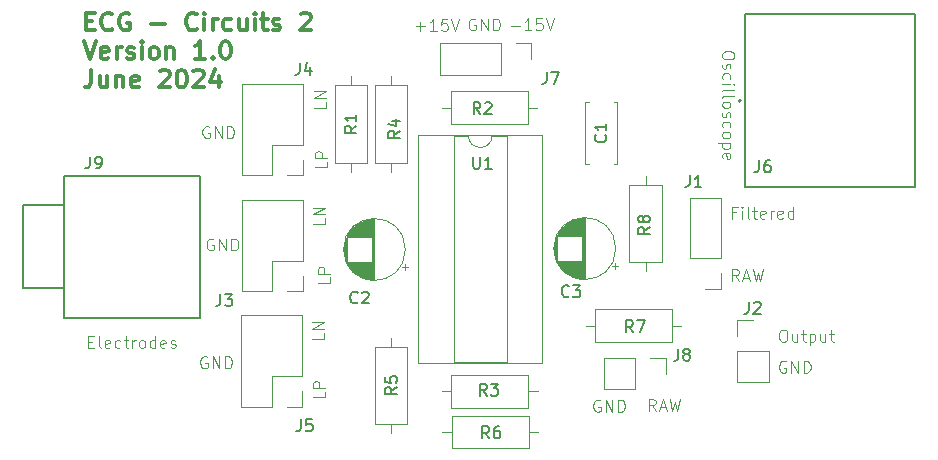
<source format=gbr>
%TF.GenerationSoftware,KiCad,Pcbnew,8.0.2*%
%TF.CreationDate,2024-06-03T18:04:33-06:00*%
%TF.ProjectId,2024_ECG_FinalProject,32303234-5f45-4434-975f-46696e616c50,rev?*%
%TF.SameCoordinates,Original*%
%TF.FileFunction,Legend,Top*%
%TF.FilePolarity,Positive*%
%FSLAX46Y46*%
G04 Gerber Fmt 4.6, Leading zero omitted, Abs format (unit mm)*
G04 Created by KiCad (PCBNEW 8.0.2) date 2024-06-03 18:04:33*
%MOMM*%
%LPD*%
G01*
G04 APERTURE LIST*
%ADD10C,0.100000*%
%ADD11C,0.300000*%
%ADD12C,0.150000*%
%ADD13C,0.120000*%
%ADD14C,0.127000*%
%ADD15C,0.200000*%
G04 APERTURE END LIST*
D10*
X146445893Y-85000638D02*
X146350655Y-84953019D01*
X146350655Y-84953019D02*
X146207798Y-84953019D01*
X146207798Y-84953019D02*
X146064941Y-85000638D01*
X146064941Y-85000638D02*
X145969703Y-85095876D01*
X145969703Y-85095876D02*
X145922084Y-85191114D01*
X145922084Y-85191114D02*
X145874465Y-85381590D01*
X145874465Y-85381590D02*
X145874465Y-85524447D01*
X145874465Y-85524447D02*
X145922084Y-85714923D01*
X145922084Y-85714923D02*
X145969703Y-85810161D01*
X145969703Y-85810161D02*
X146064941Y-85905400D01*
X146064941Y-85905400D02*
X146207798Y-85953019D01*
X146207798Y-85953019D02*
X146303036Y-85953019D01*
X146303036Y-85953019D02*
X146445893Y-85905400D01*
X146445893Y-85905400D02*
X146493512Y-85857780D01*
X146493512Y-85857780D02*
X146493512Y-85524447D01*
X146493512Y-85524447D02*
X146303036Y-85524447D01*
X146922084Y-85953019D02*
X146922084Y-84953019D01*
X146922084Y-84953019D02*
X147493512Y-85953019D01*
X147493512Y-85953019D02*
X147493512Y-84953019D01*
X147969703Y-85953019D02*
X147969703Y-84953019D01*
X147969703Y-84953019D02*
X148207798Y-84953019D01*
X148207798Y-84953019D02*
X148350655Y-85000638D01*
X148350655Y-85000638D02*
X148445893Y-85095876D01*
X148445893Y-85095876D02*
X148493512Y-85191114D01*
X148493512Y-85191114D02*
X148541131Y-85381590D01*
X148541131Y-85381590D02*
X148541131Y-85524447D01*
X148541131Y-85524447D02*
X148493512Y-85714923D01*
X148493512Y-85714923D02*
X148445893Y-85810161D01*
X148445893Y-85810161D02*
X148350655Y-85905400D01*
X148350655Y-85905400D02*
X148207798Y-85953019D01*
X148207798Y-85953019D02*
X147969703Y-85953019D01*
X107416019Y-72879925D02*
X107416019Y-73356115D01*
X107416019Y-73356115D02*
X106416019Y-73356115D01*
X107416019Y-72546591D02*
X106416019Y-72546591D01*
X106416019Y-72546591D02*
X107416019Y-71975163D01*
X107416019Y-71975163D02*
X106416019Y-71975163D01*
X97449293Y-84619638D02*
X97354055Y-84572019D01*
X97354055Y-84572019D02*
X97211198Y-84572019D01*
X97211198Y-84572019D02*
X97068341Y-84619638D01*
X97068341Y-84619638D02*
X96973103Y-84714876D01*
X96973103Y-84714876D02*
X96925484Y-84810114D01*
X96925484Y-84810114D02*
X96877865Y-85000590D01*
X96877865Y-85000590D02*
X96877865Y-85143447D01*
X96877865Y-85143447D02*
X96925484Y-85333923D01*
X96925484Y-85333923D02*
X96973103Y-85429161D01*
X96973103Y-85429161D02*
X97068341Y-85524400D01*
X97068341Y-85524400D02*
X97211198Y-85572019D01*
X97211198Y-85572019D02*
X97306436Y-85572019D01*
X97306436Y-85572019D02*
X97449293Y-85524400D01*
X97449293Y-85524400D02*
X97496912Y-85476780D01*
X97496912Y-85476780D02*
X97496912Y-85143447D01*
X97496912Y-85143447D02*
X97306436Y-85143447D01*
X97925484Y-85572019D02*
X97925484Y-84572019D01*
X97925484Y-84572019D02*
X98496912Y-85572019D01*
X98496912Y-85572019D02*
X98496912Y-84572019D01*
X98973103Y-85572019D02*
X98973103Y-84572019D01*
X98973103Y-84572019D02*
X99211198Y-84572019D01*
X99211198Y-84572019D02*
X99354055Y-84619638D01*
X99354055Y-84619638D02*
X99449293Y-84714876D01*
X99449293Y-84714876D02*
X99496912Y-84810114D01*
X99496912Y-84810114D02*
X99544531Y-85000590D01*
X99544531Y-85000590D02*
X99544531Y-85143447D01*
X99544531Y-85143447D02*
X99496912Y-85333923D01*
X99496912Y-85333923D02*
X99449293Y-85429161D01*
X99449293Y-85429161D02*
X99354055Y-85524400D01*
X99354055Y-85524400D02*
X99211198Y-85572019D01*
X99211198Y-85572019D02*
X98973103Y-85572019D01*
X107847819Y-77883725D02*
X107847819Y-78359915D01*
X107847819Y-78359915D02*
X106847819Y-78359915D01*
X107847819Y-77550391D02*
X106847819Y-77550391D01*
X106847819Y-77550391D02*
X106847819Y-77169439D01*
X106847819Y-77169439D02*
X106895438Y-77074201D01*
X106895438Y-77074201D02*
X106943057Y-77026582D01*
X106943057Y-77026582D02*
X107038295Y-76978963D01*
X107038295Y-76978963D02*
X107181152Y-76978963D01*
X107181152Y-76978963D02*
X107276390Y-77026582D01*
X107276390Y-77026582D02*
X107324009Y-77074201D01*
X107324009Y-77074201D02*
X107371628Y-77169439D01*
X107371628Y-77169439D02*
X107371628Y-77550391D01*
X115111884Y-56616066D02*
X115873789Y-56616066D01*
X115492836Y-56997019D02*
X115492836Y-56235114D01*
X116873788Y-56997019D02*
X116302360Y-56997019D01*
X116588074Y-56997019D02*
X116588074Y-55997019D01*
X116588074Y-55997019D02*
X116492836Y-56139876D01*
X116492836Y-56139876D02*
X116397598Y-56235114D01*
X116397598Y-56235114D02*
X116302360Y-56282733D01*
X117778550Y-55997019D02*
X117302360Y-55997019D01*
X117302360Y-55997019D02*
X117254741Y-56473209D01*
X117254741Y-56473209D02*
X117302360Y-56425590D01*
X117302360Y-56425590D02*
X117397598Y-56377971D01*
X117397598Y-56377971D02*
X117635693Y-56377971D01*
X117635693Y-56377971D02*
X117730931Y-56425590D01*
X117730931Y-56425590D02*
X117778550Y-56473209D01*
X117778550Y-56473209D02*
X117826169Y-56568447D01*
X117826169Y-56568447D02*
X117826169Y-56806542D01*
X117826169Y-56806542D02*
X117778550Y-56901780D01*
X117778550Y-56901780D02*
X117730931Y-56949400D01*
X117730931Y-56949400D02*
X117635693Y-56997019D01*
X117635693Y-56997019D02*
X117397598Y-56997019D01*
X117397598Y-56997019D02*
X117302360Y-56949400D01*
X117302360Y-56949400D02*
X117254741Y-56901780D01*
X118111884Y-55997019D02*
X118445217Y-56997019D01*
X118445217Y-56997019D02*
X118778550Y-55997019D01*
X87400484Y-83321009D02*
X87733817Y-83321009D01*
X87876674Y-83844819D02*
X87400484Y-83844819D01*
X87400484Y-83844819D02*
X87400484Y-82844819D01*
X87400484Y-82844819D02*
X87876674Y-82844819D01*
X88448103Y-83844819D02*
X88352865Y-83797200D01*
X88352865Y-83797200D02*
X88305246Y-83701961D01*
X88305246Y-83701961D02*
X88305246Y-82844819D01*
X89210008Y-83797200D02*
X89114770Y-83844819D01*
X89114770Y-83844819D02*
X88924294Y-83844819D01*
X88924294Y-83844819D02*
X88829056Y-83797200D01*
X88829056Y-83797200D02*
X88781437Y-83701961D01*
X88781437Y-83701961D02*
X88781437Y-83321009D01*
X88781437Y-83321009D02*
X88829056Y-83225771D01*
X88829056Y-83225771D02*
X88924294Y-83178152D01*
X88924294Y-83178152D02*
X89114770Y-83178152D01*
X89114770Y-83178152D02*
X89210008Y-83225771D01*
X89210008Y-83225771D02*
X89257627Y-83321009D01*
X89257627Y-83321009D02*
X89257627Y-83416247D01*
X89257627Y-83416247D02*
X88781437Y-83511485D01*
X90114770Y-83797200D02*
X90019532Y-83844819D01*
X90019532Y-83844819D02*
X89829056Y-83844819D01*
X89829056Y-83844819D02*
X89733818Y-83797200D01*
X89733818Y-83797200D02*
X89686199Y-83749580D01*
X89686199Y-83749580D02*
X89638580Y-83654342D01*
X89638580Y-83654342D02*
X89638580Y-83368628D01*
X89638580Y-83368628D02*
X89686199Y-83273390D01*
X89686199Y-83273390D02*
X89733818Y-83225771D01*
X89733818Y-83225771D02*
X89829056Y-83178152D01*
X89829056Y-83178152D02*
X90019532Y-83178152D01*
X90019532Y-83178152D02*
X90114770Y-83225771D01*
X90400485Y-83178152D02*
X90781437Y-83178152D01*
X90543342Y-82844819D02*
X90543342Y-83701961D01*
X90543342Y-83701961D02*
X90590961Y-83797200D01*
X90590961Y-83797200D02*
X90686199Y-83844819D01*
X90686199Y-83844819D02*
X90781437Y-83844819D01*
X91114771Y-83844819D02*
X91114771Y-83178152D01*
X91114771Y-83368628D02*
X91162390Y-83273390D01*
X91162390Y-83273390D02*
X91210009Y-83225771D01*
X91210009Y-83225771D02*
X91305247Y-83178152D01*
X91305247Y-83178152D02*
X91400485Y-83178152D01*
X91876676Y-83844819D02*
X91781438Y-83797200D01*
X91781438Y-83797200D02*
X91733819Y-83749580D01*
X91733819Y-83749580D02*
X91686200Y-83654342D01*
X91686200Y-83654342D02*
X91686200Y-83368628D01*
X91686200Y-83368628D02*
X91733819Y-83273390D01*
X91733819Y-83273390D02*
X91781438Y-83225771D01*
X91781438Y-83225771D02*
X91876676Y-83178152D01*
X91876676Y-83178152D02*
X92019533Y-83178152D01*
X92019533Y-83178152D02*
X92114771Y-83225771D01*
X92114771Y-83225771D02*
X92162390Y-83273390D01*
X92162390Y-83273390D02*
X92210009Y-83368628D01*
X92210009Y-83368628D02*
X92210009Y-83654342D01*
X92210009Y-83654342D02*
X92162390Y-83749580D01*
X92162390Y-83749580D02*
X92114771Y-83797200D01*
X92114771Y-83797200D02*
X92019533Y-83844819D01*
X92019533Y-83844819D02*
X91876676Y-83844819D01*
X93067152Y-83844819D02*
X93067152Y-82844819D01*
X93067152Y-83797200D02*
X92971914Y-83844819D01*
X92971914Y-83844819D02*
X92781438Y-83844819D01*
X92781438Y-83844819D02*
X92686200Y-83797200D01*
X92686200Y-83797200D02*
X92638581Y-83749580D01*
X92638581Y-83749580D02*
X92590962Y-83654342D01*
X92590962Y-83654342D02*
X92590962Y-83368628D01*
X92590962Y-83368628D02*
X92638581Y-83273390D01*
X92638581Y-83273390D02*
X92686200Y-83225771D01*
X92686200Y-83225771D02*
X92781438Y-83178152D01*
X92781438Y-83178152D02*
X92971914Y-83178152D01*
X92971914Y-83178152D02*
X93067152Y-83225771D01*
X93924295Y-83797200D02*
X93829057Y-83844819D01*
X93829057Y-83844819D02*
X93638581Y-83844819D01*
X93638581Y-83844819D02*
X93543343Y-83797200D01*
X93543343Y-83797200D02*
X93495724Y-83701961D01*
X93495724Y-83701961D02*
X93495724Y-83321009D01*
X93495724Y-83321009D02*
X93543343Y-83225771D01*
X93543343Y-83225771D02*
X93638581Y-83178152D01*
X93638581Y-83178152D02*
X93829057Y-83178152D01*
X93829057Y-83178152D02*
X93924295Y-83225771D01*
X93924295Y-83225771D02*
X93971914Y-83321009D01*
X93971914Y-83321009D02*
X93971914Y-83416247D01*
X93971914Y-83416247D02*
X93495724Y-83511485D01*
X94352867Y-83797200D02*
X94448105Y-83844819D01*
X94448105Y-83844819D02*
X94638581Y-83844819D01*
X94638581Y-83844819D02*
X94733819Y-83797200D01*
X94733819Y-83797200D02*
X94781438Y-83701961D01*
X94781438Y-83701961D02*
X94781438Y-83654342D01*
X94781438Y-83654342D02*
X94733819Y-83559104D01*
X94733819Y-83559104D02*
X94638581Y-83511485D01*
X94638581Y-83511485D02*
X94495724Y-83511485D01*
X94495724Y-83511485D02*
X94400486Y-83463866D01*
X94400486Y-83463866D02*
X94352867Y-83368628D01*
X94352867Y-83368628D02*
X94352867Y-83321009D01*
X94352867Y-83321009D02*
X94400486Y-83225771D01*
X94400486Y-83225771D02*
X94495724Y-83178152D01*
X94495724Y-83178152D02*
X94638581Y-83178152D01*
X94638581Y-83178152D02*
X94733819Y-83225771D01*
X142072180Y-58990560D02*
X142072180Y-59181036D01*
X142072180Y-59181036D02*
X142024561Y-59276274D01*
X142024561Y-59276274D02*
X141929323Y-59371512D01*
X141929323Y-59371512D02*
X141738847Y-59419131D01*
X141738847Y-59419131D02*
X141405514Y-59419131D01*
X141405514Y-59419131D02*
X141215038Y-59371512D01*
X141215038Y-59371512D02*
X141119800Y-59276274D01*
X141119800Y-59276274D02*
X141072180Y-59181036D01*
X141072180Y-59181036D02*
X141072180Y-58990560D01*
X141072180Y-58990560D02*
X141119800Y-58895322D01*
X141119800Y-58895322D02*
X141215038Y-58800084D01*
X141215038Y-58800084D02*
X141405514Y-58752465D01*
X141405514Y-58752465D02*
X141738847Y-58752465D01*
X141738847Y-58752465D02*
X141929323Y-58800084D01*
X141929323Y-58800084D02*
X142024561Y-58895322D01*
X142024561Y-58895322D02*
X142072180Y-58990560D01*
X141119800Y-59800084D02*
X141072180Y-59895322D01*
X141072180Y-59895322D02*
X141072180Y-60085798D01*
X141072180Y-60085798D02*
X141119800Y-60181036D01*
X141119800Y-60181036D02*
X141215038Y-60228655D01*
X141215038Y-60228655D02*
X141262657Y-60228655D01*
X141262657Y-60228655D02*
X141357895Y-60181036D01*
X141357895Y-60181036D02*
X141405514Y-60085798D01*
X141405514Y-60085798D02*
X141405514Y-59942941D01*
X141405514Y-59942941D02*
X141453133Y-59847703D01*
X141453133Y-59847703D02*
X141548371Y-59800084D01*
X141548371Y-59800084D02*
X141595990Y-59800084D01*
X141595990Y-59800084D02*
X141691228Y-59847703D01*
X141691228Y-59847703D02*
X141738847Y-59942941D01*
X141738847Y-59942941D02*
X141738847Y-60085798D01*
X141738847Y-60085798D02*
X141691228Y-60181036D01*
X141119800Y-61085798D02*
X141072180Y-60990560D01*
X141072180Y-60990560D02*
X141072180Y-60800084D01*
X141072180Y-60800084D02*
X141119800Y-60704846D01*
X141119800Y-60704846D02*
X141167419Y-60657227D01*
X141167419Y-60657227D02*
X141262657Y-60609608D01*
X141262657Y-60609608D02*
X141548371Y-60609608D01*
X141548371Y-60609608D02*
X141643609Y-60657227D01*
X141643609Y-60657227D02*
X141691228Y-60704846D01*
X141691228Y-60704846D02*
X141738847Y-60800084D01*
X141738847Y-60800084D02*
X141738847Y-60990560D01*
X141738847Y-60990560D02*
X141691228Y-61085798D01*
X141072180Y-61514370D02*
X141738847Y-61514370D01*
X142072180Y-61514370D02*
X142024561Y-61466751D01*
X142024561Y-61466751D02*
X141976942Y-61514370D01*
X141976942Y-61514370D02*
X142024561Y-61561989D01*
X142024561Y-61561989D02*
X142072180Y-61514370D01*
X142072180Y-61514370D02*
X141976942Y-61514370D01*
X141072180Y-62133417D02*
X141119800Y-62038179D01*
X141119800Y-62038179D02*
X141215038Y-61990560D01*
X141215038Y-61990560D02*
X142072180Y-61990560D01*
X141072180Y-62657227D02*
X141119800Y-62561989D01*
X141119800Y-62561989D02*
X141215038Y-62514370D01*
X141215038Y-62514370D02*
X142072180Y-62514370D01*
X141072180Y-63181037D02*
X141119800Y-63085799D01*
X141119800Y-63085799D02*
X141167419Y-63038180D01*
X141167419Y-63038180D02*
X141262657Y-62990561D01*
X141262657Y-62990561D02*
X141548371Y-62990561D01*
X141548371Y-62990561D02*
X141643609Y-63038180D01*
X141643609Y-63038180D02*
X141691228Y-63085799D01*
X141691228Y-63085799D02*
X141738847Y-63181037D01*
X141738847Y-63181037D02*
X141738847Y-63323894D01*
X141738847Y-63323894D02*
X141691228Y-63419132D01*
X141691228Y-63419132D02*
X141643609Y-63466751D01*
X141643609Y-63466751D02*
X141548371Y-63514370D01*
X141548371Y-63514370D02*
X141262657Y-63514370D01*
X141262657Y-63514370D02*
X141167419Y-63466751D01*
X141167419Y-63466751D02*
X141119800Y-63419132D01*
X141119800Y-63419132D02*
X141072180Y-63323894D01*
X141072180Y-63323894D02*
X141072180Y-63181037D01*
X141119800Y-63895323D02*
X141072180Y-63990561D01*
X141072180Y-63990561D02*
X141072180Y-64181037D01*
X141072180Y-64181037D02*
X141119800Y-64276275D01*
X141119800Y-64276275D02*
X141215038Y-64323894D01*
X141215038Y-64323894D02*
X141262657Y-64323894D01*
X141262657Y-64323894D02*
X141357895Y-64276275D01*
X141357895Y-64276275D02*
X141405514Y-64181037D01*
X141405514Y-64181037D02*
X141405514Y-64038180D01*
X141405514Y-64038180D02*
X141453133Y-63942942D01*
X141453133Y-63942942D02*
X141548371Y-63895323D01*
X141548371Y-63895323D02*
X141595990Y-63895323D01*
X141595990Y-63895323D02*
X141691228Y-63942942D01*
X141691228Y-63942942D02*
X141738847Y-64038180D01*
X141738847Y-64038180D02*
X141738847Y-64181037D01*
X141738847Y-64181037D02*
X141691228Y-64276275D01*
X141119800Y-65181037D02*
X141072180Y-65085799D01*
X141072180Y-65085799D02*
X141072180Y-64895323D01*
X141072180Y-64895323D02*
X141119800Y-64800085D01*
X141119800Y-64800085D02*
X141167419Y-64752466D01*
X141167419Y-64752466D02*
X141262657Y-64704847D01*
X141262657Y-64704847D02*
X141548371Y-64704847D01*
X141548371Y-64704847D02*
X141643609Y-64752466D01*
X141643609Y-64752466D02*
X141691228Y-64800085D01*
X141691228Y-64800085D02*
X141738847Y-64895323D01*
X141738847Y-64895323D02*
X141738847Y-65085799D01*
X141738847Y-65085799D02*
X141691228Y-65181037D01*
X141072180Y-65752466D02*
X141119800Y-65657228D01*
X141119800Y-65657228D02*
X141167419Y-65609609D01*
X141167419Y-65609609D02*
X141262657Y-65561990D01*
X141262657Y-65561990D02*
X141548371Y-65561990D01*
X141548371Y-65561990D02*
X141643609Y-65609609D01*
X141643609Y-65609609D02*
X141691228Y-65657228D01*
X141691228Y-65657228D02*
X141738847Y-65752466D01*
X141738847Y-65752466D02*
X141738847Y-65895323D01*
X141738847Y-65895323D02*
X141691228Y-65990561D01*
X141691228Y-65990561D02*
X141643609Y-66038180D01*
X141643609Y-66038180D02*
X141548371Y-66085799D01*
X141548371Y-66085799D02*
X141262657Y-66085799D01*
X141262657Y-66085799D02*
X141167419Y-66038180D01*
X141167419Y-66038180D02*
X141119800Y-65990561D01*
X141119800Y-65990561D02*
X141072180Y-65895323D01*
X141072180Y-65895323D02*
X141072180Y-65752466D01*
X141738847Y-66514371D02*
X140738847Y-66514371D01*
X141691228Y-66514371D02*
X141738847Y-66609609D01*
X141738847Y-66609609D02*
X141738847Y-66800085D01*
X141738847Y-66800085D02*
X141691228Y-66895323D01*
X141691228Y-66895323D02*
X141643609Y-66942942D01*
X141643609Y-66942942D02*
X141548371Y-66990561D01*
X141548371Y-66990561D02*
X141262657Y-66990561D01*
X141262657Y-66990561D02*
X141167419Y-66942942D01*
X141167419Y-66942942D02*
X141119800Y-66895323D01*
X141119800Y-66895323D02*
X141072180Y-66800085D01*
X141072180Y-66800085D02*
X141072180Y-66609609D01*
X141072180Y-66609609D02*
X141119800Y-66514371D01*
X141119800Y-67800085D02*
X141072180Y-67704847D01*
X141072180Y-67704847D02*
X141072180Y-67514371D01*
X141072180Y-67514371D02*
X141119800Y-67419133D01*
X141119800Y-67419133D02*
X141215038Y-67371514D01*
X141215038Y-67371514D02*
X141595990Y-67371514D01*
X141595990Y-67371514D02*
X141691228Y-67419133D01*
X141691228Y-67419133D02*
X141738847Y-67514371D01*
X141738847Y-67514371D02*
X141738847Y-67704847D01*
X141738847Y-67704847D02*
X141691228Y-67800085D01*
X141691228Y-67800085D02*
X141595990Y-67847704D01*
X141595990Y-67847704D02*
X141500752Y-67847704D01*
X141500752Y-67847704D02*
X141405514Y-67371514D01*
X135419112Y-89178819D02*
X135085779Y-88702628D01*
X134847684Y-89178819D02*
X134847684Y-88178819D01*
X134847684Y-88178819D02*
X135228636Y-88178819D01*
X135228636Y-88178819D02*
X135323874Y-88226438D01*
X135323874Y-88226438D02*
X135371493Y-88274057D01*
X135371493Y-88274057D02*
X135419112Y-88369295D01*
X135419112Y-88369295D02*
X135419112Y-88512152D01*
X135419112Y-88512152D02*
X135371493Y-88607390D01*
X135371493Y-88607390D02*
X135323874Y-88655009D01*
X135323874Y-88655009D02*
X135228636Y-88702628D01*
X135228636Y-88702628D02*
X134847684Y-88702628D01*
X135800065Y-88893104D02*
X136276255Y-88893104D01*
X135704827Y-89178819D02*
X136038160Y-88178819D01*
X136038160Y-88178819D02*
X136371493Y-89178819D01*
X136609589Y-88178819D02*
X136847684Y-89178819D01*
X136847684Y-89178819D02*
X137038160Y-88464533D01*
X137038160Y-88464533D02*
X137228636Y-89178819D01*
X137228636Y-89178819D02*
X137466732Y-88178819D01*
X107619219Y-68079325D02*
X107619219Y-68555515D01*
X107619219Y-68555515D02*
X106619219Y-68555515D01*
X107619219Y-67745991D02*
X106619219Y-67745991D01*
X106619219Y-67745991D02*
X106619219Y-67365039D01*
X106619219Y-67365039D02*
X106666838Y-67269801D01*
X106666838Y-67269801D02*
X106714457Y-67222182D01*
X106714457Y-67222182D02*
X106809695Y-67174563D01*
X106809695Y-67174563D02*
X106952552Y-67174563D01*
X106952552Y-67174563D02*
X107047790Y-67222182D01*
X107047790Y-67222182D02*
X107095409Y-67269801D01*
X107095409Y-67269801D02*
X107143028Y-67365039D01*
X107143028Y-67365039D02*
X107143028Y-67745991D01*
X97627093Y-65137838D02*
X97531855Y-65090219D01*
X97531855Y-65090219D02*
X97388998Y-65090219D01*
X97388998Y-65090219D02*
X97246141Y-65137838D01*
X97246141Y-65137838D02*
X97150903Y-65233076D01*
X97150903Y-65233076D02*
X97103284Y-65328314D01*
X97103284Y-65328314D02*
X97055665Y-65518790D01*
X97055665Y-65518790D02*
X97055665Y-65661647D01*
X97055665Y-65661647D02*
X97103284Y-65852123D01*
X97103284Y-65852123D02*
X97150903Y-65947361D01*
X97150903Y-65947361D02*
X97246141Y-66042600D01*
X97246141Y-66042600D02*
X97388998Y-66090219D01*
X97388998Y-66090219D02*
X97484236Y-66090219D01*
X97484236Y-66090219D02*
X97627093Y-66042600D01*
X97627093Y-66042600D02*
X97674712Y-65994980D01*
X97674712Y-65994980D02*
X97674712Y-65661647D01*
X97674712Y-65661647D02*
X97484236Y-65661647D01*
X98103284Y-66090219D02*
X98103284Y-65090219D01*
X98103284Y-65090219D02*
X98674712Y-66090219D01*
X98674712Y-66090219D02*
X98674712Y-65090219D01*
X99150903Y-66090219D02*
X99150903Y-65090219D01*
X99150903Y-65090219D02*
X99388998Y-65090219D01*
X99388998Y-65090219D02*
X99531855Y-65137838D01*
X99531855Y-65137838D02*
X99627093Y-65233076D01*
X99627093Y-65233076D02*
X99674712Y-65328314D01*
X99674712Y-65328314D02*
X99722331Y-65518790D01*
X99722331Y-65518790D02*
X99722331Y-65661647D01*
X99722331Y-65661647D02*
X99674712Y-65852123D01*
X99674712Y-65852123D02*
X99627093Y-65947361D01*
X99627093Y-65947361D02*
X99531855Y-66042600D01*
X99531855Y-66042600D02*
X99388998Y-66090219D01*
X99388998Y-66090219D02*
X99150903Y-66090219D01*
D11*
X87219310Y-56186682D02*
X87719310Y-56186682D01*
X87933596Y-56972396D02*
X87219310Y-56972396D01*
X87219310Y-56972396D02*
X87219310Y-55472396D01*
X87219310Y-55472396D02*
X87933596Y-55472396D01*
X89433596Y-56829539D02*
X89362168Y-56900968D01*
X89362168Y-56900968D02*
X89147882Y-56972396D01*
X89147882Y-56972396D02*
X89005025Y-56972396D01*
X89005025Y-56972396D02*
X88790739Y-56900968D01*
X88790739Y-56900968D02*
X88647882Y-56758110D01*
X88647882Y-56758110D02*
X88576453Y-56615253D01*
X88576453Y-56615253D02*
X88505025Y-56329539D01*
X88505025Y-56329539D02*
X88505025Y-56115253D01*
X88505025Y-56115253D02*
X88576453Y-55829539D01*
X88576453Y-55829539D02*
X88647882Y-55686682D01*
X88647882Y-55686682D02*
X88790739Y-55543825D01*
X88790739Y-55543825D02*
X89005025Y-55472396D01*
X89005025Y-55472396D02*
X89147882Y-55472396D01*
X89147882Y-55472396D02*
X89362168Y-55543825D01*
X89362168Y-55543825D02*
X89433596Y-55615253D01*
X90862168Y-55543825D02*
X90719311Y-55472396D01*
X90719311Y-55472396D02*
X90505025Y-55472396D01*
X90505025Y-55472396D02*
X90290739Y-55543825D01*
X90290739Y-55543825D02*
X90147882Y-55686682D01*
X90147882Y-55686682D02*
X90076453Y-55829539D01*
X90076453Y-55829539D02*
X90005025Y-56115253D01*
X90005025Y-56115253D02*
X90005025Y-56329539D01*
X90005025Y-56329539D02*
X90076453Y-56615253D01*
X90076453Y-56615253D02*
X90147882Y-56758110D01*
X90147882Y-56758110D02*
X90290739Y-56900968D01*
X90290739Y-56900968D02*
X90505025Y-56972396D01*
X90505025Y-56972396D02*
X90647882Y-56972396D01*
X90647882Y-56972396D02*
X90862168Y-56900968D01*
X90862168Y-56900968D02*
X90933596Y-56829539D01*
X90933596Y-56829539D02*
X90933596Y-56329539D01*
X90933596Y-56329539D02*
X90647882Y-56329539D01*
X92719310Y-56400968D02*
X93862168Y-56400968D01*
X96576453Y-56829539D02*
X96505025Y-56900968D01*
X96505025Y-56900968D02*
X96290739Y-56972396D01*
X96290739Y-56972396D02*
X96147882Y-56972396D01*
X96147882Y-56972396D02*
X95933596Y-56900968D01*
X95933596Y-56900968D02*
X95790739Y-56758110D01*
X95790739Y-56758110D02*
X95719310Y-56615253D01*
X95719310Y-56615253D02*
X95647882Y-56329539D01*
X95647882Y-56329539D02*
X95647882Y-56115253D01*
X95647882Y-56115253D02*
X95719310Y-55829539D01*
X95719310Y-55829539D02*
X95790739Y-55686682D01*
X95790739Y-55686682D02*
X95933596Y-55543825D01*
X95933596Y-55543825D02*
X96147882Y-55472396D01*
X96147882Y-55472396D02*
X96290739Y-55472396D01*
X96290739Y-55472396D02*
X96505025Y-55543825D01*
X96505025Y-55543825D02*
X96576453Y-55615253D01*
X97219310Y-56972396D02*
X97219310Y-55972396D01*
X97219310Y-55472396D02*
X97147882Y-55543825D01*
X97147882Y-55543825D02*
X97219310Y-55615253D01*
X97219310Y-55615253D02*
X97290739Y-55543825D01*
X97290739Y-55543825D02*
X97219310Y-55472396D01*
X97219310Y-55472396D02*
X97219310Y-55615253D01*
X97933596Y-56972396D02*
X97933596Y-55972396D01*
X97933596Y-56258110D02*
X98005025Y-56115253D01*
X98005025Y-56115253D02*
X98076454Y-56043825D01*
X98076454Y-56043825D02*
X98219311Y-55972396D01*
X98219311Y-55972396D02*
X98362168Y-55972396D01*
X99505025Y-56900968D02*
X99362167Y-56972396D01*
X99362167Y-56972396D02*
X99076453Y-56972396D01*
X99076453Y-56972396D02*
X98933596Y-56900968D01*
X98933596Y-56900968D02*
X98862167Y-56829539D01*
X98862167Y-56829539D02*
X98790739Y-56686682D01*
X98790739Y-56686682D02*
X98790739Y-56258110D01*
X98790739Y-56258110D02*
X98862167Y-56115253D01*
X98862167Y-56115253D02*
X98933596Y-56043825D01*
X98933596Y-56043825D02*
X99076453Y-55972396D01*
X99076453Y-55972396D02*
X99362167Y-55972396D01*
X99362167Y-55972396D02*
X99505025Y-56043825D01*
X100790739Y-55972396D02*
X100790739Y-56972396D01*
X100147881Y-55972396D02*
X100147881Y-56758110D01*
X100147881Y-56758110D02*
X100219310Y-56900968D01*
X100219310Y-56900968D02*
X100362167Y-56972396D01*
X100362167Y-56972396D02*
X100576453Y-56972396D01*
X100576453Y-56972396D02*
X100719310Y-56900968D01*
X100719310Y-56900968D02*
X100790739Y-56829539D01*
X101505024Y-56972396D02*
X101505024Y-55972396D01*
X101505024Y-55472396D02*
X101433596Y-55543825D01*
X101433596Y-55543825D02*
X101505024Y-55615253D01*
X101505024Y-55615253D02*
X101576453Y-55543825D01*
X101576453Y-55543825D02*
X101505024Y-55472396D01*
X101505024Y-55472396D02*
X101505024Y-55615253D01*
X102005025Y-55972396D02*
X102576453Y-55972396D01*
X102219310Y-55472396D02*
X102219310Y-56758110D01*
X102219310Y-56758110D02*
X102290739Y-56900968D01*
X102290739Y-56900968D02*
X102433596Y-56972396D01*
X102433596Y-56972396D02*
X102576453Y-56972396D01*
X103005025Y-56900968D02*
X103147882Y-56972396D01*
X103147882Y-56972396D02*
X103433596Y-56972396D01*
X103433596Y-56972396D02*
X103576453Y-56900968D01*
X103576453Y-56900968D02*
X103647882Y-56758110D01*
X103647882Y-56758110D02*
X103647882Y-56686682D01*
X103647882Y-56686682D02*
X103576453Y-56543825D01*
X103576453Y-56543825D02*
X103433596Y-56472396D01*
X103433596Y-56472396D02*
X103219311Y-56472396D01*
X103219311Y-56472396D02*
X103076453Y-56400968D01*
X103076453Y-56400968D02*
X103005025Y-56258110D01*
X103005025Y-56258110D02*
X103005025Y-56186682D01*
X103005025Y-56186682D02*
X103076453Y-56043825D01*
X103076453Y-56043825D02*
X103219311Y-55972396D01*
X103219311Y-55972396D02*
X103433596Y-55972396D01*
X103433596Y-55972396D02*
X103576453Y-56043825D01*
X105362168Y-55615253D02*
X105433596Y-55543825D01*
X105433596Y-55543825D02*
X105576454Y-55472396D01*
X105576454Y-55472396D02*
X105933596Y-55472396D01*
X105933596Y-55472396D02*
X106076454Y-55543825D01*
X106076454Y-55543825D02*
X106147882Y-55615253D01*
X106147882Y-55615253D02*
X106219311Y-55758110D01*
X106219311Y-55758110D02*
X106219311Y-55900968D01*
X106219311Y-55900968D02*
X106147882Y-56115253D01*
X106147882Y-56115253D02*
X105290739Y-56972396D01*
X105290739Y-56972396D02*
X106219311Y-56972396D01*
X87005025Y-57887312D02*
X87505025Y-59387312D01*
X87505025Y-59387312D02*
X88005025Y-57887312D01*
X89076453Y-59315884D02*
X88933596Y-59387312D01*
X88933596Y-59387312D02*
X88647882Y-59387312D01*
X88647882Y-59387312D02*
X88505024Y-59315884D01*
X88505024Y-59315884D02*
X88433596Y-59173026D01*
X88433596Y-59173026D02*
X88433596Y-58601598D01*
X88433596Y-58601598D02*
X88505024Y-58458741D01*
X88505024Y-58458741D02*
X88647882Y-58387312D01*
X88647882Y-58387312D02*
X88933596Y-58387312D01*
X88933596Y-58387312D02*
X89076453Y-58458741D01*
X89076453Y-58458741D02*
X89147882Y-58601598D01*
X89147882Y-58601598D02*
X89147882Y-58744455D01*
X89147882Y-58744455D02*
X88433596Y-58887312D01*
X89790738Y-59387312D02*
X89790738Y-58387312D01*
X89790738Y-58673026D02*
X89862167Y-58530169D01*
X89862167Y-58530169D02*
X89933596Y-58458741D01*
X89933596Y-58458741D02*
X90076453Y-58387312D01*
X90076453Y-58387312D02*
X90219310Y-58387312D01*
X90647881Y-59315884D02*
X90790738Y-59387312D01*
X90790738Y-59387312D02*
X91076452Y-59387312D01*
X91076452Y-59387312D02*
X91219309Y-59315884D01*
X91219309Y-59315884D02*
X91290738Y-59173026D01*
X91290738Y-59173026D02*
X91290738Y-59101598D01*
X91290738Y-59101598D02*
X91219309Y-58958741D01*
X91219309Y-58958741D02*
X91076452Y-58887312D01*
X91076452Y-58887312D02*
X90862167Y-58887312D01*
X90862167Y-58887312D02*
X90719309Y-58815884D01*
X90719309Y-58815884D02*
X90647881Y-58673026D01*
X90647881Y-58673026D02*
X90647881Y-58601598D01*
X90647881Y-58601598D02*
X90719309Y-58458741D01*
X90719309Y-58458741D02*
X90862167Y-58387312D01*
X90862167Y-58387312D02*
X91076452Y-58387312D01*
X91076452Y-58387312D02*
X91219309Y-58458741D01*
X91933595Y-59387312D02*
X91933595Y-58387312D01*
X91933595Y-57887312D02*
X91862167Y-57958741D01*
X91862167Y-57958741D02*
X91933595Y-58030169D01*
X91933595Y-58030169D02*
X92005024Y-57958741D01*
X92005024Y-57958741D02*
X91933595Y-57887312D01*
X91933595Y-57887312D02*
X91933595Y-58030169D01*
X92862167Y-59387312D02*
X92719310Y-59315884D01*
X92719310Y-59315884D02*
X92647881Y-59244455D01*
X92647881Y-59244455D02*
X92576453Y-59101598D01*
X92576453Y-59101598D02*
X92576453Y-58673026D01*
X92576453Y-58673026D02*
X92647881Y-58530169D01*
X92647881Y-58530169D02*
X92719310Y-58458741D01*
X92719310Y-58458741D02*
X92862167Y-58387312D01*
X92862167Y-58387312D02*
X93076453Y-58387312D01*
X93076453Y-58387312D02*
X93219310Y-58458741D01*
X93219310Y-58458741D02*
X93290739Y-58530169D01*
X93290739Y-58530169D02*
X93362167Y-58673026D01*
X93362167Y-58673026D02*
X93362167Y-59101598D01*
X93362167Y-59101598D02*
X93290739Y-59244455D01*
X93290739Y-59244455D02*
X93219310Y-59315884D01*
X93219310Y-59315884D02*
X93076453Y-59387312D01*
X93076453Y-59387312D02*
X92862167Y-59387312D01*
X94005024Y-58387312D02*
X94005024Y-59387312D01*
X94005024Y-58530169D02*
X94076453Y-58458741D01*
X94076453Y-58458741D02*
X94219310Y-58387312D01*
X94219310Y-58387312D02*
X94433596Y-58387312D01*
X94433596Y-58387312D02*
X94576453Y-58458741D01*
X94576453Y-58458741D02*
X94647882Y-58601598D01*
X94647882Y-58601598D02*
X94647882Y-59387312D01*
X97290739Y-59387312D02*
X96433596Y-59387312D01*
X96862167Y-59387312D02*
X96862167Y-57887312D01*
X96862167Y-57887312D02*
X96719310Y-58101598D01*
X96719310Y-58101598D02*
X96576453Y-58244455D01*
X96576453Y-58244455D02*
X96433596Y-58315884D01*
X97933595Y-59244455D02*
X98005024Y-59315884D01*
X98005024Y-59315884D02*
X97933595Y-59387312D01*
X97933595Y-59387312D02*
X97862167Y-59315884D01*
X97862167Y-59315884D02*
X97933595Y-59244455D01*
X97933595Y-59244455D02*
X97933595Y-59387312D01*
X98933596Y-57887312D02*
X99076453Y-57887312D01*
X99076453Y-57887312D02*
X99219310Y-57958741D01*
X99219310Y-57958741D02*
X99290739Y-58030169D01*
X99290739Y-58030169D02*
X99362167Y-58173026D01*
X99362167Y-58173026D02*
X99433596Y-58458741D01*
X99433596Y-58458741D02*
X99433596Y-58815884D01*
X99433596Y-58815884D02*
X99362167Y-59101598D01*
X99362167Y-59101598D02*
X99290739Y-59244455D01*
X99290739Y-59244455D02*
X99219310Y-59315884D01*
X99219310Y-59315884D02*
X99076453Y-59387312D01*
X99076453Y-59387312D02*
X98933596Y-59387312D01*
X98933596Y-59387312D02*
X98790739Y-59315884D01*
X98790739Y-59315884D02*
X98719310Y-59244455D01*
X98719310Y-59244455D02*
X98647881Y-59101598D01*
X98647881Y-59101598D02*
X98576453Y-58815884D01*
X98576453Y-58815884D02*
X98576453Y-58458741D01*
X98576453Y-58458741D02*
X98647881Y-58173026D01*
X98647881Y-58173026D02*
X98719310Y-58030169D01*
X98719310Y-58030169D02*
X98790739Y-57958741D01*
X98790739Y-57958741D02*
X98933596Y-57887312D01*
X87647882Y-60302228D02*
X87647882Y-61373657D01*
X87647882Y-61373657D02*
X87576453Y-61587942D01*
X87576453Y-61587942D02*
X87433596Y-61730800D01*
X87433596Y-61730800D02*
X87219310Y-61802228D01*
X87219310Y-61802228D02*
X87076453Y-61802228D01*
X89005025Y-60802228D02*
X89005025Y-61802228D01*
X88362167Y-60802228D02*
X88362167Y-61587942D01*
X88362167Y-61587942D02*
X88433596Y-61730800D01*
X88433596Y-61730800D02*
X88576453Y-61802228D01*
X88576453Y-61802228D02*
X88790739Y-61802228D01*
X88790739Y-61802228D02*
X88933596Y-61730800D01*
X88933596Y-61730800D02*
X89005025Y-61659371D01*
X89719310Y-60802228D02*
X89719310Y-61802228D01*
X89719310Y-60945085D02*
X89790739Y-60873657D01*
X89790739Y-60873657D02*
X89933596Y-60802228D01*
X89933596Y-60802228D02*
X90147882Y-60802228D01*
X90147882Y-60802228D02*
X90290739Y-60873657D01*
X90290739Y-60873657D02*
X90362168Y-61016514D01*
X90362168Y-61016514D02*
X90362168Y-61802228D01*
X91647882Y-61730800D02*
X91505025Y-61802228D01*
X91505025Y-61802228D02*
X91219311Y-61802228D01*
X91219311Y-61802228D02*
X91076453Y-61730800D01*
X91076453Y-61730800D02*
X91005025Y-61587942D01*
X91005025Y-61587942D02*
X91005025Y-61016514D01*
X91005025Y-61016514D02*
X91076453Y-60873657D01*
X91076453Y-60873657D02*
X91219311Y-60802228D01*
X91219311Y-60802228D02*
X91505025Y-60802228D01*
X91505025Y-60802228D02*
X91647882Y-60873657D01*
X91647882Y-60873657D02*
X91719311Y-61016514D01*
X91719311Y-61016514D02*
X91719311Y-61159371D01*
X91719311Y-61159371D02*
X91005025Y-61302228D01*
X93433596Y-60445085D02*
X93505024Y-60373657D01*
X93505024Y-60373657D02*
X93647882Y-60302228D01*
X93647882Y-60302228D02*
X94005024Y-60302228D01*
X94005024Y-60302228D02*
X94147882Y-60373657D01*
X94147882Y-60373657D02*
X94219310Y-60445085D01*
X94219310Y-60445085D02*
X94290739Y-60587942D01*
X94290739Y-60587942D02*
X94290739Y-60730800D01*
X94290739Y-60730800D02*
X94219310Y-60945085D01*
X94219310Y-60945085D02*
X93362167Y-61802228D01*
X93362167Y-61802228D02*
X94290739Y-61802228D01*
X95219310Y-60302228D02*
X95362167Y-60302228D01*
X95362167Y-60302228D02*
X95505024Y-60373657D01*
X95505024Y-60373657D02*
X95576453Y-60445085D01*
X95576453Y-60445085D02*
X95647881Y-60587942D01*
X95647881Y-60587942D02*
X95719310Y-60873657D01*
X95719310Y-60873657D02*
X95719310Y-61230800D01*
X95719310Y-61230800D02*
X95647881Y-61516514D01*
X95647881Y-61516514D02*
X95576453Y-61659371D01*
X95576453Y-61659371D02*
X95505024Y-61730800D01*
X95505024Y-61730800D02*
X95362167Y-61802228D01*
X95362167Y-61802228D02*
X95219310Y-61802228D01*
X95219310Y-61802228D02*
X95076453Y-61730800D01*
X95076453Y-61730800D02*
X95005024Y-61659371D01*
X95005024Y-61659371D02*
X94933595Y-61516514D01*
X94933595Y-61516514D02*
X94862167Y-61230800D01*
X94862167Y-61230800D02*
X94862167Y-60873657D01*
X94862167Y-60873657D02*
X94933595Y-60587942D01*
X94933595Y-60587942D02*
X95005024Y-60445085D01*
X95005024Y-60445085D02*
X95076453Y-60373657D01*
X95076453Y-60373657D02*
X95219310Y-60302228D01*
X96290738Y-60445085D02*
X96362166Y-60373657D01*
X96362166Y-60373657D02*
X96505024Y-60302228D01*
X96505024Y-60302228D02*
X96862166Y-60302228D01*
X96862166Y-60302228D02*
X97005024Y-60373657D01*
X97005024Y-60373657D02*
X97076452Y-60445085D01*
X97076452Y-60445085D02*
X97147881Y-60587942D01*
X97147881Y-60587942D02*
X97147881Y-60730800D01*
X97147881Y-60730800D02*
X97076452Y-60945085D01*
X97076452Y-60945085D02*
X96219309Y-61802228D01*
X96219309Y-61802228D02*
X97147881Y-61802228D01*
X98433595Y-60802228D02*
X98433595Y-61802228D01*
X98076452Y-60230800D02*
X97719309Y-61302228D01*
X97719309Y-61302228D02*
X98647880Y-61302228D01*
D10*
X130723293Y-88302638D02*
X130628055Y-88255019D01*
X130628055Y-88255019D02*
X130485198Y-88255019D01*
X130485198Y-88255019D02*
X130342341Y-88302638D01*
X130342341Y-88302638D02*
X130247103Y-88397876D01*
X130247103Y-88397876D02*
X130199484Y-88493114D01*
X130199484Y-88493114D02*
X130151865Y-88683590D01*
X130151865Y-88683590D02*
X130151865Y-88826447D01*
X130151865Y-88826447D02*
X130199484Y-89016923D01*
X130199484Y-89016923D02*
X130247103Y-89112161D01*
X130247103Y-89112161D02*
X130342341Y-89207400D01*
X130342341Y-89207400D02*
X130485198Y-89255019D01*
X130485198Y-89255019D02*
X130580436Y-89255019D01*
X130580436Y-89255019D02*
X130723293Y-89207400D01*
X130723293Y-89207400D02*
X130770912Y-89159780D01*
X130770912Y-89159780D02*
X130770912Y-88826447D01*
X130770912Y-88826447D02*
X130580436Y-88826447D01*
X131199484Y-89255019D02*
X131199484Y-88255019D01*
X131199484Y-88255019D02*
X131770912Y-89255019D01*
X131770912Y-89255019D02*
X131770912Y-88255019D01*
X132247103Y-89255019D02*
X132247103Y-88255019D01*
X132247103Y-88255019D02*
X132485198Y-88255019D01*
X132485198Y-88255019D02*
X132628055Y-88302638D01*
X132628055Y-88302638D02*
X132723293Y-88397876D01*
X132723293Y-88397876D02*
X132770912Y-88493114D01*
X132770912Y-88493114D02*
X132818531Y-88683590D01*
X132818531Y-88683590D02*
X132818531Y-88826447D01*
X132818531Y-88826447D02*
X132770912Y-89016923D01*
X132770912Y-89016923D02*
X132723293Y-89112161D01*
X132723293Y-89112161D02*
X132628055Y-89207400D01*
X132628055Y-89207400D02*
X132485198Y-89255019D01*
X132485198Y-89255019D02*
X132247103Y-89255019D01*
X142216817Y-72373609D02*
X141883484Y-72373609D01*
X141883484Y-72897419D02*
X141883484Y-71897419D01*
X141883484Y-71897419D02*
X142359674Y-71897419D01*
X142740627Y-72897419D02*
X142740627Y-72230752D01*
X142740627Y-71897419D02*
X142693008Y-71945038D01*
X142693008Y-71945038D02*
X142740627Y-71992657D01*
X142740627Y-71992657D02*
X142788246Y-71945038D01*
X142788246Y-71945038D02*
X142740627Y-71897419D01*
X142740627Y-71897419D02*
X142740627Y-71992657D01*
X143359674Y-72897419D02*
X143264436Y-72849800D01*
X143264436Y-72849800D02*
X143216817Y-72754561D01*
X143216817Y-72754561D02*
X143216817Y-71897419D01*
X143597770Y-72230752D02*
X143978722Y-72230752D01*
X143740627Y-71897419D02*
X143740627Y-72754561D01*
X143740627Y-72754561D02*
X143788246Y-72849800D01*
X143788246Y-72849800D02*
X143883484Y-72897419D01*
X143883484Y-72897419D02*
X143978722Y-72897419D01*
X144693008Y-72849800D02*
X144597770Y-72897419D01*
X144597770Y-72897419D02*
X144407294Y-72897419D01*
X144407294Y-72897419D02*
X144312056Y-72849800D01*
X144312056Y-72849800D02*
X144264437Y-72754561D01*
X144264437Y-72754561D02*
X144264437Y-72373609D01*
X144264437Y-72373609D02*
X144312056Y-72278371D01*
X144312056Y-72278371D02*
X144407294Y-72230752D01*
X144407294Y-72230752D02*
X144597770Y-72230752D01*
X144597770Y-72230752D02*
X144693008Y-72278371D01*
X144693008Y-72278371D02*
X144740627Y-72373609D01*
X144740627Y-72373609D02*
X144740627Y-72468847D01*
X144740627Y-72468847D02*
X144264437Y-72564085D01*
X145169199Y-72897419D02*
X145169199Y-72230752D01*
X145169199Y-72421228D02*
X145216818Y-72325990D01*
X145216818Y-72325990D02*
X145264437Y-72278371D01*
X145264437Y-72278371D02*
X145359675Y-72230752D01*
X145359675Y-72230752D02*
X145454913Y-72230752D01*
X146169199Y-72849800D02*
X146073961Y-72897419D01*
X146073961Y-72897419D02*
X145883485Y-72897419D01*
X145883485Y-72897419D02*
X145788247Y-72849800D01*
X145788247Y-72849800D02*
X145740628Y-72754561D01*
X145740628Y-72754561D02*
X145740628Y-72373609D01*
X145740628Y-72373609D02*
X145788247Y-72278371D01*
X145788247Y-72278371D02*
X145883485Y-72230752D01*
X145883485Y-72230752D02*
X146073961Y-72230752D01*
X146073961Y-72230752D02*
X146169199Y-72278371D01*
X146169199Y-72278371D02*
X146216818Y-72373609D01*
X146216818Y-72373609D02*
X146216818Y-72468847D01*
X146216818Y-72468847D02*
X145740628Y-72564085D01*
X147073961Y-72897419D02*
X147073961Y-71897419D01*
X147073961Y-72849800D02*
X146978723Y-72897419D01*
X146978723Y-72897419D02*
X146788247Y-72897419D01*
X146788247Y-72897419D02*
X146693009Y-72849800D01*
X146693009Y-72849800D02*
X146645390Y-72802180D01*
X146645390Y-72802180D02*
X146597771Y-72706942D01*
X146597771Y-72706942D02*
X146597771Y-72421228D01*
X146597771Y-72421228D02*
X146645390Y-72325990D01*
X146645390Y-72325990D02*
X146693009Y-72278371D01*
X146693009Y-72278371D02*
X146788247Y-72230752D01*
X146788247Y-72230752D02*
X146978723Y-72230752D01*
X146978723Y-72230752D02*
X147073961Y-72278371D01*
X146137960Y-82311419D02*
X146328436Y-82311419D01*
X146328436Y-82311419D02*
X146423674Y-82359038D01*
X146423674Y-82359038D02*
X146518912Y-82454276D01*
X146518912Y-82454276D02*
X146566531Y-82644752D01*
X146566531Y-82644752D02*
X146566531Y-82978085D01*
X146566531Y-82978085D02*
X146518912Y-83168561D01*
X146518912Y-83168561D02*
X146423674Y-83263800D01*
X146423674Y-83263800D02*
X146328436Y-83311419D01*
X146328436Y-83311419D02*
X146137960Y-83311419D01*
X146137960Y-83311419D02*
X146042722Y-83263800D01*
X146042722Y-83263800D02*
X145947484Y-83168561D01*
X145947484Y-83168561D02*
X145899865Y-82978085D01*
X145899865Y-82978085D02*
X145899865Y-82644752D01*
X145899865Y-82644752D02*
X145947484Y-82454276D01*
X145947484Y-82454276D02*
X146042722Y-82359038D01*
X146042722Y-82359038D02*
X146137960Y-82311419D01*
X147423674Y-82644752D02*
X147423674Y-83311419D01*
X146995103Y-82644752D02*
X146995103Y-83168561D01*
X146995103Y-83168561D02*
X147042722Y-83263800D01*
X147042722Y-83263800D02*
X147137960Y-83311419D01*
X147137960Y-83311419D02*
X147280817Y-83311419D01*
X147280817Y-83311419D02*
X147376055Y-83263800D01*
X147376055Y-83263800D02*
X147423674Y-83216180D01*
X147757008Y-82644752D02*
X148137960Y-82644752D01*
X147899865Y-82311419D02*
X147899865Y-83168561D01*
X147899865Y-83168561D02*
X147947484Y-83263800D01*
X147947484Y-83263800D02*
X148042722Y-83311419D01*
X148042722Y-83311419D02*
X148137960Y-83311419D01*
X148471294Y-82644752D02*
X148471294Y-83644752D01*
X148471294Y-82692371D02*
X148566532Y-82644752D01*
X148566532Y-82644752D02*
X148757008Y-82644752D01*
X148757008Y-82644752D02*
X148852246Y-82692371D01*
X148852246Y-82692371D02*
X148899865Y-82739990D01*
X148899865Y-82739990D02*
X148947484Y-82835228D01*
X148947484Y-82835228D02*
X148947484Y-83120942D01*
X148947484Y-83120942D02*
X148899865Y-83216180D01*
X148899865Y-83216180D02*
X148852246Y-83263800D01*
X148852246Y-83263800D02*
X148757008Y-83311419D01*
X148757008Y-83311419D02*
X148566532Y-83311419D01*
X148566532Y-83311419D02*
X148471294Y-83263800D01*
X149804627Y-82644752D02*
X149804627Y-83311419D01*
X149376056Y-82644752D02*
X149376056Y-83168561D01*
X149376056Y-83168561D02*
X149423675Y-83263800D01*
X149423675Y-83263800D02*
X149518913Y-83311419D01*
X149518913Y-83311419D02*
X149661770Y-83311419D01*
X149661770Y-83311419D02*
X149757008Y-83263800D01*
X149757008Y-83263800D02*
X149804627Y-83216180D01*
X150137961Y-82644752D02*
X150518913Y-82644752D01*
X150280818Y-82311419D02*
X150280818Y-83168561D01*
X150280818Y-83168561D02*
X150328437Y-83263800D01*
X150328437Y-83263800D02*
X150423675Y-83311419D01*
X150423675Y-83311419D02*
X150518913Y-83311419D01*
X123138284Y-56565266D02*
X123900189Y-56565266D01*
X124900188Y-56946219D02*
X124328760Y-56946219D01*
X124614474Y-56946219D02*
X124614474Y-55946219D01*
X124614474Y-55946219D02*
X124519236Y-56089076D01*
X124519236Y-56089076D02*
X124423998Y-56184314D01*
X124423998Y-56184314D02*
X124328760Y-56231933D01*
X125804950Y-55946219D02*
X125328760Y-55946219D01*
X125328760Y-55946219D02*
X125281141Y-56422409D01*
X125281141Y-56422409D02*
X125328760Y-56374790D01*
X125328760Y-56374790D02*
X125423998Y-56327171D01*
X125423998Y-56327171D02*
X125662093Y-56327171D01*
X125662093Y-56327171D02*
X125757331Y-56374790D01*
X125757331Y-56374790D02*
X125804950Y-56422409D01*
X125804950Y-56422409D02*
X125852569Y-56517647D01*
X125852569Y-56517647D02*
X125852569Y-56755742D01*
X125852569Y-56755742D02*
X125804950Y-56850980D01*
X125804950Y-56850980D02*
X125757331Y-56898600D01*
X125757331Y-56898600D02*
X125662093Y-56946219D01*
X125662093Y-56946219D02*
X125423998Y-56946219D01*
X125423998Y-56946219D02*
X125328760Y-56898600D01*
X125328760Y-56898600D02*
X125281141Y-56850980D01*
X126138284Y-55946219D02*
X126471617Y-56946219D01*
X126471617Y-56946219D02*
X126804950Y-55946219D01*
X107492219Y-63024725D02*
X107492219Y-63500915D01*
X107492219Y-63500915D02*
X106492219Y-63500915D01*
X107492219Y-62691391D02*
X106492219Y-62691391D01*
X106492219Y-62691391D02*
X107492219Y-62119963D01*
X107492219Y-62119963D02*
X106492219Y-62119963D01*
X107339819Y-82582725D02*
X107339819Y-83058915D01*
X107339819Y-83058915D02*
X106339819Y-83058915D01*
X107339819Y-82249391D02*
X106339819Y-82249391D01*
X106339819Y-82249391D02*
X107339819Y-81677963D01*
X107339819Y-81677963D02*
X106339819Y-81677963D01*
X107441419Y-87561125D02*
X107441419Y-88037315D01*
X107441419Y-88037315D02*
X106441419Y-88037315D01*
X107441419Y-87227791D02*
X106441419Y-87227791D01*
X106441419Y-87227791D02*
X106441419Y-86846839D01*
X106441419Y-86846839D02*
X106489038Y-86751601D01*
X106489038Y-86751601D02*
X106536657Y-86703982D01*
X106536657Y-86703982D02*
X106631895Y-86656363D01*
X106631895Y-86656363D02*
X106774752Y-86656363D01*
X106774752Y-86656363D02*
X106869990Y-86703982D01*
X106869990Y-86703982D02*
X106917609Y-86751601D01*
X106917609Y-86751601D02*
X106965228Y-86846839D01*
X106965228Y-86846839D02*
X106965228Y-87227791D01*
X120156893Y-56019238D02*
X120061655Y-55971619D01*
X120061655Y-55971619D02*
X119918798Y-55971619D01*
X119918798Y-55971619D02*
X119775941Y-56019238D01*
X119775941Y-56019238D02*
X119680703Y-56114476D01*
X119680703Y-56114476D02*
X119633084Y-56209714D01*
X119633084Y-56209714D02*
X119585465Y-56400190D01*
X119585465Y-56400190D02*
X119585465Y-56543047D01*
X119585465Y-56543047D02*
X119633084Y-56733523D01*
X119633084Y-56733523D02*
X119680703Y-56828761D01*
X119680703Y-56828761D02*
X119775941Y-56924000D01*
X119775941Y-56924000D02*
X119918798Y-56971619D01*
X119918798Y-56971619D02*
X120014036Y-56971619D01*
X120014036Y-56971619D02*
X120156893Y-56924000D01*
X120156893Y-56924000D02*
X120204512Y-56876380D01*
X120204512Y-56876380D02*
X120204512Y-56543047D01*
X120204512Y-56543047D02*
X120014036Y-56543047D01*
X120633084Y-56971619D02*
X120633084Y-55971619D01*
X120633084Y-55971619D02*
X121204512Y-56971619D01*
X121204512Y-56971619D02*
X121204512Y-55971619D01*
X121680703Y-56971619D02*
X121680703Y-55971619D01*
X121680703Y-55971619D02*
X121918798Y-55971619D01*
X121918798Y-55971619D02*
X122061655Y-56019238D01*
X122061655Y-56019238D02*
X122156893Y-56114476D01*
X122156893Y-56114476D02*
X122204512Y-56209714D01*
X122204512Y-56209714D02*
X122252131Y-56400190D01*
X122252131Y-56400190D02*
X122252131Y-56543047D01*
X122252131Y-56543047D02*
X122204512Y-56733523D01*
X122204512Y-56733523D02*
X122156893Y-56828761D01*
X122156893Y-56828761D02*
X122061655Y-56924000D01*
X122061655Y-56924000D02*
X121918798Y-56971619D01*
X121918798Y-56971619D02*
X121680703Y-56971619D01*
X142454912Y-78180619D02*
X142121579Y-77704428D01*
X141883484Y-78180619D02*
X141883484Y-77180619D01*
X141883484Y-77180619D02*
X142264436Y-77180619D01*
X142264436Y-77180619D02*
X142359674Y-77228238D01*
X142359674Y-77228238D02*
X142407293Y-77275857D01*
X142407293Y-77275857D02*
X142454912Y-77371095D01*
X142454912Y-77371095D02*
X142454912Y-77513952D01*
X142454912Y-77513952D02*
X142407293Y-77609190D01*
X142407293Y-77609190D02*
X142359674Y-77656809D01*
X142359674Y-77656809D02*
X142264436Y-77704428D01*
X142264436Y-77704428D02*
X141883484Y-77704428D01*
X142835865Y-77894904D02*
X143312055Y-77894904D01*
X142740627Y-78180619D02*
X143073960Y-77180619D01*
X143073960Y-77180619D02*
X143407293Y-78180619D01*
X143645389Y-77180619D02*
X143883484Y-78180619D01*
X143883484Y-78180619D02*
X144073960Y-77466333D01*
X144073960Y-77466333D02*
X144264436Y-78180619D01*
X144264436Y-78180619D02*
X144502532Y-77180619D01*
X97982693Y-74637438D02*
X97887455Y-74589819D01*
X97887455Y-74589819D02*
X97744598Y-74589819D01*
X97744598Y-74589819D02*
X97601741Y-74637438D01*
X97601741Y-74637438D02*
X97506503Y-74732676D01*
X97506503Y-74732676D02*
X97458884Y-74827914D01*
X97458884Y-74827914D02*
X97411265Y-75018390D01*
X97411265Y-75018390D02*
X97411265Y-75161247D01*
X97411265Y-75161247D02*
X97458884Y-75351723D01*
X97458884Y-75351723D02*
X97506503Y-75446961D01*
X97506503Y-75446961D02*
X97601741Y-75542200D01*
X97601741Y-75542200D02*
X97744598Y-75589819D01*
X97744598Y-75589819D02*
X97839836Y-75589819D01*
X97839836Y-75589819D02*
X97982693Y-75542200D01*
X97982693Y-75542200D02*
X98030312Y-75494580D01*
X98030312Y-75494580D02*
X98030312Y-75161247D01*
X98030312Y-75161247D02*
X97839836Y-75161247D01*
X98458884Y-75589819D02*
X98458884Y-74589819D01*
X98458884Y-74589819D02*
X99030312Y-75589819D01*
X99030312Y-75589819D02*
X99030312Y-74589819D01*
X99506503Y-75589819D02*
X99506503Y-74589819D01*
X99506503Y-74589819D02*
X99744598Y-74589819D01*
X99744598Y-74589819D02*
X99887455Y-74637438D01*
X99887455Y-74637438D02*
X99982693Y-74732676D01*
X99982693Y-74732676D02*
X100030312Y-74827914D01*
X100030312Y-74827914D02*
X100077931Y-75018390D01*
X100077931Y-75018390D02*
X100077931Y-75161247D01*
X100077931Y-75161247D02*
X100030312Y-75351723D01*
X100030312Y-75351723D02*
X99982693Y-75446961D01*
X99982693Y-75446961D02*
X99887455Y-75542200D01*
X99887455Y-75542200D02*
X99744598Y-75589819D01*
X99744598Y-75589819D02*
X99506503Y-75589819D01*
D12*
X137334666Y-83935219D02*
X137334666Y-84649504D01*
X137334666Y-84649504D02*
X137287047Y-84792361D01*
X137287047Y-84792361D02*
X137191809Y-84887600D01*
X137191809Y-84887600D02*
X137048952Y-84935219D01*
X137048952Y-84935219D02*
X136953714Y-84935219D01*
X137953714Y-84363790D02*
X137858476Y-84316171D01*
X137858476Y-84316171D02*
X137810857Y-84268552D01*
X137810857Y-84268552D02*
X137763238Y-84173314D01*
X137763238Y-84173314D02*
X137763238Y-84125695D01*
X137763238Y-84125695D02*
X137810857Y-84030457D01*
X137810857Y-84030457D02*
X137858476Y-83982838D01*
X137858476Y-83982838D02*
X137953714Y-83935219D01*
X137953714Y-83935219D02*
X138144190Y-83935219D01*
X138144190Y-83935219D02*
X138239428Y-83982838D01*
X138239428Y-83982838D02*
X138287047Y-84030457D01*
X138287047Y-84030457D02*
X138334666Y-84125695D01*
X138334666Y-84125695D02*
X138334666Y-84173314D01*
X138334666Y-84173314D02*
X138287047Y-84268552D01*
X138287047Y-84268552D02*
X138239428Y-84316171D01*
X138239428Y-84316171D02*
X138144190Y-84363790D01*
X138144190Y-84363790D02*
X137953714Y-84363790D01*
X137953714Y-84363790D02*
X137858476Y-84411409D01*
X137858476Y-84411409D02*
X137810857Y-84459028D01*
X137810857Y-84459028D02*
X137763238Y-84554266D01*
X137763238Y-84554266D02*
X137763238Y-84744742D01*
X137763238Y-84744742D02*
X137810857Y-84839980D01*
X137810857Y-84839980D02*
X137858476Y-84887600D01*
X137858476Y-84887600D02*
X137953714Y-84935219D01*
X137953714Y-84935219D02*
X138144190Y-84935219D01*
X138144190Y-84935219D02*
X138239428Y-84887600D01*
X138239428Y-84887600D02*
X138287047Y-84839980D01*
X138287047Y-84839980D02*
X138334666Y-84744742D01*
X138334666Y-84744742D02*
X138334666Y-84554266D01*
X138334666Y-84554266D02*
X138287047Y-84459028D01*
X138287047Y-84459028D02*
X138239428Y-84411409D01*
X138239428Y-84411409D02*
X138144190Y-84363790D01*
X144165139Y-67983008D02*
X144165139Y-68698638D01*
X144165139Y-68698638D02*
X144117430Y-68841764D01*
X144117430Y-68841764D02*
X144022013Y-68937182D01*
X144022013Y-68937182D02*
X143878887Y-68984890D01*
X143878887Y-68984890D02*
X143783470Y-68984890D01*
X145071604Y-67983008D02*
X144880769Y-67983008D01*
X144880769Y-67983008D02*
X144785352Y-68030717D01*
X144785352Y-68030717D02*
X144737643Y-68078426D01*
X144737643Y-68078426D02*
X144642226Y-68221552D01*
X144642226Y-68221552D02*
X144594517Y-68412386D01*
X144594517Y-68412386D02*
X144594517Y-68794056D01*
X144594517Y-68794056D02*
X144642226Y-68889473D01*
X144642226Y-68889473D02*
X144689935Y-68937182D01*
X144689935Y-68937182D02*
X144785352Y-68984890D01*
X144785352Y-68984890D02*
X144976187Y-68984890D01*
X144976187Y-68984890D02*
X145071604Y-68937182D01*
X145071604Y-68937182D02*
X145119313Y-68889473D01*
X145119313Y-68889473D02*
X145167021Y-68794056D01*
X145167021Y-68794056D02*
X145167021Y-68555512D01*
X145167021Y-68555512D02*
X145119313Y-68460095D01*
X145119313Y-68460095D02*
X145071604Y-68412386D01*
X145071604Y-68412386D02*
X144976187Y-68364678D01*
X144976187Y-68364678D02*
X144785352Y-68364678D01*
X144785352Y-68364678D02*
X144689935Y-68412386D01*
X144689935Y-68412386D02*
X144642226Y-68460095D01*
X144642226Y-68460095D02*
X144594517Y-68555512D01*
X105381466Y-89904219D02*
X105381466Y-90618504D01*
X105381466Y-90618504D02*
X105333847Y-90761361D01*
X105333847Y-90761361D02*
X105238609Y-90856600D01*
X105238609Y-90856600D02*
X105095752Y-90904219D01*
X105095752Y-90904219D02*
X105000514Y-90904219D01*
X106333847Y-89904219D02*
X105857657Y-89904219D01*
X105857657Y-89904219D02*
X105810038Y-90380409D01*
X105810038Y-90380409D02*
X105857657Y-90332790D01*
X105857657Y-90332790D02*
X105952895Y-90285171D01*
X105952895Y-90285171D02*
X106190990Y-90285171D01*
X106190990Y-90285171D02*
X106286228Y-90332790D01*
X106286228Y-90332790D02*
X106333847Y-90380409D01*
X106333847Y-90380409D02*
X106381466Y-90475647D01*
X106381466Y-90475647D02*
X106381466Y-90713742D01*
X106381466Y-90713742D02*
X106333847Y-90808980D01*
X106333847Y-90808980D02*
X106286228Y-90856600D01*
X106286228Y-90856600D02*
X106190990Y-90904219D01*
X106190990Y-90904219D02*
X105952895Y-90904219D01*
X105952895Y-90904219D02*
X105857657Y-90856600D01*
X105857657Y-90856600D02*
X105810038Y-90808980D01*
X119964295Y-67679219D02*
X119964295Y-68488742D01*
X119964295Y-68488742D02*
X120011914Y-68583980D01*
X120011914Y-68583980D02*
X120059533Y-68631600D01*
X120059533Y-68631600D02*
X120154771Y-68679219D01*
X120154771Y-68679219D02*
X120345247Y-68679219D01*
X120345247Y-68679219D02*
X120440485Y-68631600D01*
X120440485Y-68631600D02*
X120488104Y-68583980D01*
X120488104Y-68583980D02*
X120535723Y-68488742D01*
X120535723Y-68488742D02*
X120535723Y-67679219D01*
X121535723Y-68679219D02*
X120964295Y-68679219D01*
X121250009Y-68679219D02*
X121250009Y-67679219D01*
X121250009Y-67679219D02*
X121154771Y-67822076D01*
X121154771Y-67822076D02*
X121059533Y-67917314D01*
X121059533Y-67917314D02*
X120964295Y-67964933D01*
X120584933Y-64056419D02*
X120251600Y-63580228D01*
X120013505Y-64056419D02*
X120013505Y-63056419D01*
X120013505Y-63056419D02*
X120394457Y-63056419D01*
X120394457Y-63056419D02*
X120489695Y-63104038D01*
X120489695Y-63104038D02*
X120537314Y-63151657D01*
X120537314Y-63151657D02*
X120584933Y-63246895D01*
X120584933Y-63246895D02*
X120584933Y-63389752D01*
X120584933Y-63389752D02*
X120537314Y-63484990D01*
X120537314Y-63484990D02*
X120489695Y-63532609D01*
X120489695Y-63532609D02*
X120394457Y-63580228D01*
X120394457Y-63580228D02*
X120013505Y-63580228D01*
X120965886Y-63151657D02*
X121013505Y-63104038D01*
X121013505Y-63104038D02*
X121108743Y-63056419D01*
X121108743Y-63056419D02*
X121346838Y-63056419D01*
X121346838Y-63056419D02*
X121442076Y-63104038D01*
X121442076Y-63104038D02*
X121489695Y-63151657D01*
X121489695Y-63151657D02*
X121537314Y-63246895D01*
X121537314Y-63246895D02*
X121537314Y-63342133D01*
X121537314Y-63342133D02*
X121489695Y-63484990D01*
X121489695Y-63484990D02*
X120918267Y-64056419D01*
X120918267Y-64056419D02*
X121537314Y-64056419D01*
X138299866Y-69228619D02*
X138299866Y-69942904D01*
X138299866Y-69942904D02*
X138252247Y-70085761D01*
X138252247Y-70085761D02*
X138157009Y-70181000D01*
X138157009Y-70181000D02*
X138014152Y-70228619D01*
X138014152Y-70228619D02*
X137918914Y-70228619D01*
X139299866Y-70228619D02*
X138728438Y-70228619D01*
X139014152Y-70228619D02*
X139014152Y-69228619D01*
X139014152Y-69228619D02*
X138918914Y-69371476D01*
X138918914Y-69371476D02*
X138823676Y-69466714D01*
X138823676Y-69466714D02*
X138728438Y-69514333D01*
X126209466Y-60491019D02*
X126209466Y-61205304D01*
X126209466Y-61205304D02*
X126161847Y-61348161D01*
X126161847Y-61348161D02*
X126066609Y-61443400D01*
X126066609Y-61443400D02*
X125923752Y-61491019D01*
X125923752Y-61491019D02*
X125828514Y-61491019D01*
X126590419Y-60491019D02*
X127257085Y-60491019D01*
X127257085Y-60491019D02*
X126828514Y-61491019D01*
X143329066Y-79949219D02*
X143329066Y-80663504D01*
X143329066Y-80663504D02*
X143281447Y-80806361D01*
X143281447Y-80806361D02*
X143186209Y-80901600D01*
X143186209Y-80901600D02*
X143043352Y-80949219D01*
X143043352Y-80949219D02*
X142948114Y-80949219D01*
X143757638Y-80044457D02*
X143805257Y-79996838D01*
X143805257Y-79996838D02*
X143900495Y-79949219D01*
X143900495Y-79949219D02*
X144138590Y-79949219D01*
X144138590Y-79949219D02*
X144233828Y-79996838D01*
X144233828Y-79996838D02*
X144281447Y-80044457D01*
X144281447Y-80044457D02*
X144329066Y-80139695D01*
X144329066Y-80139695D02*
X144329066Y-80234933D01*
X144329066Y-80234933D02*
X144281447Y-80377790D01*
X144281447Y-80377790D02*
X143710019Y-80949219D01*
X143710019Y-80949219D02*
X144329066Y-80949219D01*
X128077933Y-79455180D02*
X128030314Y-79502800D01*
X128030314Y-79502800D02*
X127887457Y-79550419D01*
X127887457Y-79550419D02*
X127792219Y-79550419D01*
X127792219Y-79550419D02*
X127649362Y-79502800D01*
X127649362Y-79502800D02*
X127554124Y-79407561D01*
X127554124Y-79407561D02*
X127506505Y-79312323D01*
X127506505Y-79312323D02*
X127458886Y-79121847D01*
X127458886Y-79121847D02*
X127458886Y-78978990D01*
X127458886Y-78978990D02*
X127506505Y-78788514D01*
X127506505Y-78788514D02*
X127554124Y-78693276D01*
X127554124Y-78693276D02*
X127649362Y-78598038D01*
X127649362Y-78598038D02*
X127792219Y-78550419D01*
X127792219Y-78550419D02*
X127887457Y-78550419D01*
X127887457Y-78550419D02*
X128030314Y-78598038D01*
X128030314Y-78598038D02*
X128077933Y-78645657D01*
X128411267Y-78550419D02*
X129030314Y-78550419D01*
X129030314Y-78550419D02*
X128696981Y-78931371D01*
X128696981Y-78931371D02*
X128839838Y-78931371D01*
X128839838Y-78931371D02*
X128935076Y-78978990D01*
X128935076Y-78978990D02*
X128982695Y-79026609D01*
X128982695Y-79026609D02*
X129030314Y-79121847D01*
X129030314Y-79121847D02*
X129030314Y-79359942D01*
X129030314Y-79359942D02*
X128982695Y-79455180D01*
X128982695Y-79455180D02*
X128935076Y-79502800D01*
X128935076Y-79502800D02*
X128839838Y-79550419D01*
X128839838Y-79550419D02*
X128554124Y-79550419D01*
X128554124Y-79550419D02*
X128458886Y-79502800D01*
X128458886Y-79502800D02*
X128411267Y-79455180D01*
X87524841Y-67653133D02*
X87524841Y-68368330D01*
X87524841Y-68368330D02*
X87477162Y-68511370D01*
X87477162Y-68511370D02*
X87381802Y-68606730D01*
X87381802Y-68606730D02*
X87238763Y-68654409D01*
X87238763Y-68654409D02*
X87143403Y-68654409D01*
X88049319Y-68654409D02*
X88240039Y-68654409D01*
X88240039Y-68654409D02*
X88335398Y-68606730D01*
X88335398Y-68606730D02*
X88383078Y-68559050D01*
X88383078Y-68559050D02*
X88478438Y-68416010D01*
X88478438Y-68416010D02*
X88526117Y-68225291D01*
X88526117Y-68225291D02*
X88526117Y-67843853D01*
X88526117Y-67843853D02*
X88478438Y-67748493D01*
X88478438Y-67748493D02*
X88430758Y-67700813D01*
X88430758Y-67700813D02*
X88335398Y-67653133D01*
X88335398Y-67653133D02*
X88144679Y-67653133D01*
X88144679Y-67653133D02*
X88049319Y-67700813D01*
X88049319Y-67700813D02*
X88001640Y-67748493D01*
X88001640Y-67748493D02*
X87953960Y-67843853D01*
X87953960Y-67843853D02*
X87953960Y-68082252D01*
X87953960Y-68082252D02*
X88001640Y-68177611D01*
X88001640Y-68177611D02*
X88049319Y-68225291D01*
X88049319Y-68225291D02*
X88144679Y-68272971D01*
X88144679Y-68272971D02*
X88335398Y-68272971D01*
X88335398Y-68272971D02*
X88430758Y-68225291D01*
X88430758Y-68225291D02*
X88478438Y-68177611D01*
X88478438Y-68177611D02*
X88526117Y-68082252D01*
X131169580Y-65811066D02*
X131217200Y-65858685D01*
X131217200Y-65858685D02*
X131264819Y-66001542D01*
X131264819Y-66001542D02*
X131264819Y-66096780D01*
X131264819Y-66096780D02*
X131217200Y-66239637D01*
X131217200Y-66239637D02*
X131121961Y-66334875D01*
X131121961Y-66334875D02*
X131026723Y-66382494D01*
X131026723Y-66382494D02*
X130836247Y-66430113D01*
X130836247Y-66430113D02*
X130693390Y-66430113D01*
X130693390Y-66430113D02*
X130502914Y-66382494D01*
X130502914Y-66382494D02*
X130407676Y-66334875D01*
X130407676Y-66334875D02*
X130312438Y-66239637D01*
X130312438Y-66239637D02*
X130264819Y-66096780D01*
X130264819Y-66096780D02*
X130264819Y-66001542D01*
X130264819Y-66001542D02*
X130312438Y-65858685D01*
X130312438Y-65858685D02*
X130360057Y-65811066D01*
X131264819Y-64858685D02*
X131264819Y-65430113D01*
X131264819Y-65144399D02*
X130264819Y-65144399D01*
X130264819Y-65144399D02*
X130407676Y-65239637D01*
X130407676Y-65239637D02*
X130502914Y-65334875D01*
X130502914Y-65334875D02*
X130550533Y-65430113D01*
X113531619Y-87176066D02*
X113055428Y-87509399D01*
X113531619Y-87747494D02*
X112531619Y-87747494D01*
X112531619Y-87747494D02*
X112531619Y-87366542D01*
X112531619Y-87366542D02*
X112579238Y-87271304D01*
X112579238Y-87271304D02*
X112626857Y-87223685D01*
X112626857Y-87223685D02*
X112722095Y-87176066D01*
X112722095Y-87176066D02*
X112864952Y-87176066D01*
X112864952Y-87176066D02*
X112960190Y-87223685D01*
X112960190Y-87223685D02*
X113007809Y-87271304D01*
X113007809Y-87271304D02*
X113055428Y-87366542D01*
X113055428Y-87366542D02*
X113055428Y-87747494D01*
X112531619Y-86271304D02*
X112531619Y-86747494D01*
X112531619Y-86747494D02*
X113007809Y-86795113D01*
X113007809Y-86795113D02*
X112960190Y-86747494D01*
X112960190Y-86747494D02*
X112912571Y-86652256D01*
X112912571Y-86652256D02*
X112912571Y-86414161D01*
X112912571Y-86414161D02*
X112960190Y-86318923D01*
X112960190Y-86318923D02*
X113007809Y-86271304D01*
X113007809Y-86271304D02*
X113103047Y-86223685D01*
X113103047Y-86223685D02*
X113341142Y-86223685D01*
X113341142Y-86223685D02*
X113436380Y-86271304D01*
X113436380Y-86271304D02*
X113484000Y-86318923D01*
X113484000Y-86318923D02*
X113531619Y-86414161D01*
X113531619Y-86414161D02*
X113531619Y-86652256D01*
X113531619Y-86652256D02*
X113484000Y-86747494D01*
X113484000Y-86747494D02*
X113436380Y-86795113D01*
X110082419Y-65052666D02*
X109606228Y-65385999D01*
X110082419Y-65624094D02*
X109082419Y-65624094D01*
X109082419Y-65624094D02*
X109082419Y-65243142D01*
X109082419Y-65243142D02*
X109130038Y-65147904D01*
X109130038Y-65147904D02*
X109177657Y-65100285D01*
X109177657Y-65100285D02*
X109272895Y-65052666D01*
X109272895Y-65052666D02*
X109415752Y-65052666D01*
X109415752Y-65052666D02*
X109510990Y-65100285D01*
X109510990Y-65100285D02*
X109558609Y-65147904D01*
X109558609Y-65147904D02*
X109606228Y-65243142D01*
X109606228Y-65243142D02*
X109606228Y-65624094D01*
X110082419Y-64100285D02*
X110082419Y-64671713D01*
X110082419Y-64385999D02*
X109082419Y-64385999D01*
X109082419Y-64385999D02*
X109225276Y-64481237D01*
X109225276Y-64481237D02*
X109320514Y-64576475D01*
X109320514Y-64576475D02*
X109368133Y-64671713D01*
X110196333Y-79988580D02*
X110148714Y-80036200D01*
X110148714Y-80036200D02*
X110005857Y-80083819D01*
X110005857Y-80083819D02*
X109910619Y-80083819D01*
X109910619Y-80083819D02*
X109767762Y-80036200D01*
X109767762Y-80036200D02*
X109672524Y-79940961D01*
X109672524Y-79940961D02*
X109624905Y-79845723D01*
X109624905Y-79845723D02*
X109577286Y-79655247D01*
X109577286Y-79655247D02*
X109577286Y-79512390D01*
X109577286Y-79512390D02*
X109624905Y-79321914D01*
X109624905Y-79321914D02*
X109672524Y-79226676D01*
X109672524Y-79226676D02*
X109767762Y-79131438D01*
X109767762Y-79131438D02*
X109910619Y-79083819D01*
X109910619Y-79083819D02*
X110005857Y-79083819D01*
X110005857Y-79083819D02*
X110148714Y-79131438D01*
X110148714Y-79131438D02*
X110196333Y-79179057D01*
X110577286Y-79179057D02*
X110624905Y-79131438D01*
X110624905Y-79131438D02*
X110720143Y-79083819D01*
X110720143Y-79083819D02*
X110958238Y-79083819D01*
X110958238Y-79083819D02*
X111053476Y-79131438D01*
X111053476Y-79131438D02*
X111101095Y-79179057D01*
X111101095Y-79179057D02*
X111148714Y-79274295D01*
X111148714Y-79274295D02*
X111148714Y-79369533D01*
X111148714Y-79369533D02*
X111101095Y-79512390D01*
X111101095Y-79512390D02*
X110529667Y-80083819D01*
X110529667Y-80083819D02*
X111148714Y-80083819D01*
X121332533Y-91495819D02*
X120999200Y-91019628D01*
X120761105Y-91495819D02*
X120761105Y-90495819D01*
X120761105Y-90495819D02*
X121142057Y-90495819D01*
X121142057Y-90495819D02*
X121237295Y-90543438D01*
X121237295Y-90543438D02*
X121284914Y-90591057D01*
X121284914Y-90591057D02*
X121332533Y-90686295D01*
X121332533Y-90686295D02*
X121332533Y-90829152D01*
X121332533Y-90829152D02*
X121284914Y-90924390D01*
X121284914Y-90924390D02*
X121237295Y-90972009D01*
X121237295Y-90972009D02*
X121142057Y-91019628D01*
X121142057Y-91019628D02*
X120761105Y-91019628D01*
X122189676Y-90495819D02*
X121999200Y-90495819D01*
X121999200Y-90495819D02*
X121903962Y-90543438D01*
X121903962Y-90543438D02*
X121856343Y-90591057D01*
X121856343Y-90591057D02*
X121761105Y-90733914D01*
X121761105Y-90733914D02*
X121713486Y-90924390D01*
X121713486Y-90924390D02*
X121713486Y-91305342D01*
X121713486Y-91305342D02*
X121761105Y-91400580D01*
X121761105Y-91400580D02*
X121808724Y-91448200D01*
X121808724Y-91448200D02*
X121903962Y-91495819D01*
X121903962Y-91495819D02*
X122094438Y-91495819D01*
X122094438Y-91495819D02*
X122189676Y-91448200D01*
X122189676Y-91448200D02*
X122237295Y-91400580D01*
X122237295Y-91400580D02*
X122284914Y-91305342D01*
X122284914Y-91305342D02*
X122284914Y-91067247D01*
X122284914Y-91067247D02*
X122237295Y-90972009D01*
X122237295Y-90972009D02*
X122189676Y-90924390D01*
X122189676Y-90924390D02*
X122094438Y-90876771D01*
X122094438Y-90876771D02*
X121903962Y-90876771D01*
X121903962Y-90876771D02*
X121808724Y-90924390D01*
X121808724Y-90924390D02*
X121761105Y-90972009D01*
X121761105Y-90972009D02*
X121713486Y-91067247D01*
X98574266Y-79287019D02*
X98574266Y-80001304D01*
X98574266Y-80001304D02*
X98526647Y-80144161D01*
X98526647Y-80144161D02*
X98431409Y-80239400D01*
X98431409Y-80239400D02*
X98288552Y-80287019D01*
X98288552Y-80287019D02*
X98193314Y-80287019D01*
X98955219Y-79287019D02*
X99574266Y-79287019D01*
X99574266Y-79287019D02*
X99240933Y-79667971D01*
X99240933Y-79667971D02*
X99383790Y-79667971D01*
X99383790Y-79667971D02*
X99479028Y-79715590D01*
X99479028Y-79715590D02*
X99526647Y-79763209D01*
X99526647Y-79763209D02*
X99574266Y-79858447D01*
X99574266Y-79858447D02*
X99574266Y-80096542D01*
X99574266Y-80096542D02*
X99526647Y-80191780D01*
X99526647Y-80191780D02*
X99479028Y-80239400D01*
X99479028Y-80239400D02*
X99383790Y-80287019D01*
X99383790Y-80287019D02*
X99098076Y-80287019D01*
X99098076Y-80287019D02*
X99002838Y-80239400D01*
X99002838Y-80239400D02*
X98955219Y-80191780D01*
X105279866Y-59729019D02*
X105279866Y-60443304D01*
X105279866Y-60443304D02*
X105232247Y-60586161D01*
X105232247Y-60586161D02*
X105137009Y-60681400D01*
X105137009Y-60681400D02*
X104994152Y-60729019D01*
X104994152Y-60729019D02*
X104898914Y-60729019D01*
X106184628Y-60062352D02*
X106184628Y-60729019D01*
X105946533Y-59681400D02*
X105708438Y-60395685D01*
X105708438Y-60395685D02*
X106327485Y-60395685D01*
X113789619Y-65470066D02*
X113313428Y-65803399D01*
X113789619Y-66041494D02*
X112789619Y-66041494D01*
X112789619Y-66041494D02*
X112789619Y-65660542D01*
X112789619Y-65660542D02*
X112837238Y-65565304D01*
X112837238Y-65565304D02*
X112884857Y-65517685D01*
X112884857Y-65517685D02*
X112980095Y-65470066D01*
X112980095Y-65470066D02*
X113122952Y-65470066D01*
X113122952Y-65470066D02*
X113218190Y-65517685D01*
X113218190Y-65517685D02*
X113265809Y-65565304D01*
X113265809Y-65565304D02*
X113313428Y-65660542D01*
X113313428Y-65660542D02*
X113313428Y-66041494D01*
X113122952Y-64612923D02*
X113789619Y-64612923D01*
X112742000Y-64851018D02*
X113456285Y-65089113D01*
X113456285Y-65089113D02*
X113456285Y-64470066D01*
X134943019Y-73609066D02*
X134466828Y-73942399D01*
X134943019Y-74180494D02*
X133943019Y-74180494D01*
X133943019Y-74180494D02*
X133943019Y-73799542D01*
X133943019Y-73799542D02*
X133990638Y-73704304D01*
X133990638Y-73704304D02*
X134038257Y-73656685D01*
X134038257Y-73656685D02*
X134133495Y-73609066D01*
X134133495Y-73609066D02*
X134276352Y-73609066D01*
X134276352Y-73609066D02*
X134371590Y-73656685D01*
X134371590Y-73656685D02*
X134419209Y-73704304D01*
X134419209Y-73704304D02*
X134466828Y-73799542D01*
X134466828Y-73799542D02*
X134466828Y-74180494D01*
X134371590Y-73037637D02*
X134323971Y-73132875D01*
X134323971Y-73132875D02*
X134276352Y-73180494D01*
X134276352Y-73180494D02*
X134181114Y-73228113D01*
X134181114Y-73228113D02*
X134133495Y-73228113D01*
X134133495Y-73228113D02*
X134038257Y-73180494D01*
X134038257Y-73180494D02*
X133990638Y-73132875D01*
X133990638Y-73132875D02*
X133943019Y-73037637D01*
X133943019Y-73037637D02*
X133943019Y-72847161D01*
X133943019Y-72847161D02*
X133990638Y-72751923D01*
X133990638Y-72751923D02*
X134038257Y-72704304D01*
X134038257Y-72704304D02*
X134133495Y-72656685D01*
X134133495Y-72656685D02*
X134181114Y-72656685D01*
X134181114Y-72656685D02*
X134276352Y-72704304D01*
X134276352Y-72704304D02*
X134323971Y-72751923D01*
X134323971Y-72751923D02*
X134371590Y-72847161D01*
X134371590Y-72847161D02*
X134371590Y-73037637D01*
X134371590Y-73037637D02*
X134419209Y-73132875D01*
X134419209Y-73132875D02*
X134466828Y-73180494D01*
X134466828Y-73180494D02*
X134562066Y-73228113D01*
X134562066Y-73228113D02*
X134752542Y-73228113D01*
X134752542Y-73228113D02*
X134847780Y-73180494D01*
X134847780Y-73180494D02*
X134895400Y-73132875D01*
X134895400Y-73132875D02*
X134943019Y-73037637D01*
X134943019Y-73037637D02*
X134943019Y-72847161D01*
X134943019Y-72847161D02*
X134895400Y-72751923D01*
X134895400Y-72751923D02*
X134847780Y-72704304D01*
X134847780Y-72704304D02*
X134752542Y-72656685D01*
X134752542Y-72656685D02*
X134562066Y-72656685D01*
X134562066Y-72656685D02*
X134466828Y-72704304D01*
X134466828Y-72704304D02*
X134419209Y-72751923D01*
X134419209Y-72751923D02*
X134371590Y-72847161D01*
X133499133Y-82515619D02*
X133165800Y-82039428D01*
X132927705Y-82515619D02*
X132927705Y-81515619D01*
X132927705Y-81515619D02*
X133308657Y-81515619D01*
X133308657Y-81515619D02*
X133403895Y-81563238D01*
X133403895Y-81563238D02*
X133451514Y-81610857D01*
X133451514Y-81610857D02*
X133499133Y-81706095D01*
X133499133Y-81706095D02*
X133499133Y-81848952D01*
X133499133Y-81848952D02*
X133451514Y-81944190D01*
X133451514Y-81944190D02*
X133403895Y-81991809D01*
X133403895Y-81991809D02*
X133308657Y-82039428D01*
X133308657Y-82039428D02*
X132927705Y-82039428D01*
X133832467Y-81515619D02*
X134499133Y-81515619D01*
X134499133Y-81515619D02*
X134070562Y-82515619D01*
X121132733Y-87883019D02*
X120799400Y-87406828D01*
X120561305Y-87883019D02*
X120561305Y-86883019D01*
X120561305Y-86883019D02*
X120942257Y-86883019D01*
X120942257Y-86883019D02*
X121037495Y-86930638D01*
X121037495Y-86930638D02*
X121085114Y-86978257D01*
X121085114Y-86978257D02*
X121132733Y-87073495D01*
X121132733Y-87073495D02*
X121132733Y-87216352D01*
X121132733Y-87216352D02*
X121085114Y-87311590D01*
X121085114Y-87311590D02*
X121037495Y-87359209D01*
X121037495Y-87359209D02*
X120942257Y-87406828D01*
X120942257Y-87406828D02*
X120561305Y-87406828D01*
X121466067Y-86883019D02*
X122085114Y-86883019D01*
X122085114Y-86883019D02*
X121751781Y-87263971D01*
X121751781Y-87263971D02*
X121894638Y-87263971D01*
X121894638Y-87263971D02*
X121989876Y-87311590D01*
X121989876Y-87311590D02*
X122037495Y-87359209D01*
X122037495Y-87359209D02*
X122085114Y-87454447D01*
X122085114Y-87454447D02*
X122085114Y-87692542D01*
X122085114Y-87692542D02*
X122037495Y-87787780D01*
X122037495Y-87787780D02*
X121989876Y-87835400D01*
X121989876Y-87835400D02*
X121894638Y-87883019D01*
X121894638Y-87883019D02*
X121608924Y-87883019D01*
X121608924Y-87883019D02*
X121513686Y-87835400D01*
X121513686Y-87835400D02*
X121466067Y-87787780D01*
D13*
%TO.C,J8*%
X131085200Y-84699800D02*
X131085200Y-87359800D01*
X133685200Y-84699800D02*
X131085200Y-84699800D01*
X133685200Y-84699800D02*
X133685200Y-87359800D01*
X133685200Y-87359800D02*
X131085200Y-87359800D01*
X134955200Y-84699800D02*
X136285200Y-84699800D01*
X136285200Y-84699800D02*
X136285200Y-86029800D01*
D14*
%TO.C,J6*%
X143012500Y-55565800D02*
X157412500Y-55565800D01*
X143012500Y-70265800D02*
X143012500Y-55565800D01*
X157412500Y-55565800D02*
X157412500Y-57415800D01*
X157412500Y-57415800D02*
X157412500Y-68415800D01*
X157412500Y-68415800D02*
X157412500Y-70265800D01*
X157412500Y-70265800D02*
X143012500Y-70265800D01*
D15*
X142640500Y-62915800D02*
G75*
G02*
X142440500Y-62915800I-100000J0D01*
G01*
X142440500Y-62915800D02*
G75*
G02*
X142640500Y-62915800I100000J0D01*
G01*
D13*
%TO.C,J5*%
X100325800Y-88843400D02*
X100325800Y-81103400D01*
X102925800Y-86243400D02*
X102925800Y-88843400D01*
X102925800Y-88843400D02*
X100325800Y-88843400D01*
X105525800Y-81103400D02*
X100325800Y-81103400D01*
X105525800Y-86243400D02*
X102925800Y-86243400D01*
X105525800Y-86243400D02*
X105525800Y-81103400D01*
X105525800Y-87513400D02*
X105525800Y-88843400D01*
X105525800Y-88843400D02*
X104195800Y-88843400D01*
%TO.C,U1*%
X115323800Y-65818400D02*
X115323800Y-85108400D01*
X115323800Y-85108400D02*
X125823800Y-85108400D01*
X118323800Y-65878400D02*
X118323800Y-85048400D01*
X118323800Y-85048400D02*
X122823800Y-85048400D01*
X119573800Y-65878400D02*
X118323800Y-65878400D01*
X122823800Y-65878400D02*
X121573800Y-65878400D01*
X122823800Y-85048400D02*
X122823800Y-65878400D01*
X125823800Y-65818400D02*
X115323800Y-65818400D01*
X125823800Y-85108400D02*
X125823800Y-65818400D01*
X121573800Y-65878400D02*
G75*
G02*
X119573800Y-65878400I-1000000J0D01*
G01*
%TO.C,R2*%
X117321200Y-63500000D02*
X118091200Y-63500000D01*
X118091200Y-62130000D02*
X118091200Y-64870000D01*
X118091200Y-64870000D02*
X124631200Y-64870000D01*
X124631200Y-62130000D02*
X118091200Y-62130000D01*
X124631200Y-64870000D02*
X124631200Y-62130000D01*
X125401200Y-63500000D02*
X124631200Y-63500000D01*
%TO.C,J1*%
X138293800Y-76276200D02*
X138293800Y-71136200D01*
X140953800Y-71136200D02*
X138293800Y-71136200D01*
X140953800Y-76276200D02*
X138293800Y-76276200D01*
X140953800Y-76276200D02*
X140953800Y-71136200D01*
X140953800Y-77546200D02*
X140953800Y-78876200D01*
X140953800Y-78876200D02*
X139623800Y-78876200D01*
%TO.C,J7*%
X117161000Y-58055200D02*
X117161000Y-60715200D01*
X122301000Y-58055200D02*
X117161000Y-58055200D01*
X122301000Y-58055200D02*
X122301000Y-60715200D01*
X122301000Y-60715200D02*
X117161000Y-60715200D01*
X123571000Y-58055200D02*
X124901000Y-58055200D01*
X124901000Y-58055200D02*
X124901000Y-59385200D01*
%TO.C,J2*%
X142332400Y-81494400D02*
X143662400Y-81494400D01*
X142332400Y-82824400D02*
X142332400Y-81494400D01*
X142332400Y-84094400D02*
X142332400Y-86694400D01*
X142332400Y-84094400D02*
X144992400Y-84094400D01*
X142332400Y-86694400D02*
X144992400Y-86694400D01*
X144992400Y-84094400D02*
X144992400Y-86694400D01*
%TO.C,C3*%
X126817913Y-75722000D02*
X126817913Y-75154000D01*
X126857913Y-75956000D02*
X126857913Y-74920000D01*
X126897913Y-76115000D02*
X126897913Y-74761000D01*
X126937913Y-76243000D02*
X126937913Y-74633000D01*
X126977913Y-76353000D02*
X126977913Y-74523000D01*
X127017913Y-76449000D02*
X127017913Y-74427000D01*
X127057913Y-76536000D02*
X127057913Y-74340000D01*
X127097913Y-76616000D02*
X127097913Y-74260000D01*
X127137913Y-74398000D02*
X127137913Y-74187000D01*
X127137913Y-76689000D02*
X127137913Y-76478000D01*
X127177913Y-74398000D02*
X127177913Y-74119000D01*
X127177913Y-76757000D02*
X127177913Y-76478000D01*
X127217913Y-74398000D02*
X127217913Y-74055000D01*
X127217913Y-76821000D02*
X127217913Y-76478000D01*
X127257913Y-74398000D02*
X127257913Y-73995000D01*
X127257913Y-76881000D02*
X127257913Y-76478000D01*
X127297913Y-74398000D02*
X127297913Y-73938000D01*
X127297913Y-76938000D02*
X127297913Y-76478000D01*
X127337913Y-74398000D02*
X127337913Y-73884000D01*
X127337913Y-76992000D02*
X127337913Y-76478000D01*
X127377913Y-74398000D02*
X127377913Y-73833000D01*
X127377913Y-77043000D02*
X127377913Y-76478000D01*
X127417913Y-74398000D02*
X127417913Y-73785000D01*
X127417913Y-77091000D02*
X127417913Y-76478000D01*
X127457913Y-74398000D02*
X127457913Y-73739000D01*
X127457913Y-77137000D02*
X127457913Y-76478000D01*
X127497913Y-74398000D02*
X127497913Y-73695000D01*
X127497913Y-77181000D02*
X127497913Y-76478000D01*
X127537913Y-74398000D02*
X127537913Y-73653000D01*
X127537913Y-77223000D02*
X127537913Y-76478000D01*
X127577913Y-74398000D02*
X127577913Y-73612000D01*
X127577913Y-77264000D02*
X127577913Y-76478000D01*
X127617913Y-74398000D02*
X127617913Y-73574000D01*
X127617913Y-77302000D02*
X127617913Y-76478000D01*
X127657913Y-74398000D02*
X127657913Y-73537000D01*
X127657913Y-77339000D02*
X127657913Y-76478000D01*
X127697913Y-74398000D02*
X127697913Y-73501000D01*
X127697913Y-77375000D02*
X127697913Y-76478000D01*
X127737913Y-74398000D02*
X127737913Y-73467000D01*
X127737913Y-77409000D02*
X127737913Y-76478000D01*
X127777913Y-74398000D02*
X127777913Y-73434000D01*
X127777913Y-77442000D02*
X127777913Y-76478000D01*
X127817913Y-74398000D02*
X127817913Y-73403000D01*
X127817913Y-77473000D02*
X127817913Y-76478000D01*
X127857913Y-74398000D02*
X127857913Y-73373000D01*
X127857913Y-77503000D02*
X127857913Y-76478000D01*
X127897913Y-74398000D02*
X127897913Y-73343000D01*
X127897913Y-77533000D02*
X127897913Y-76478000D01*
X127937913Y-74398000D02*
X127937913Y-73316000D01*
X127937913Y-77560000D02*
X127937913Y-76478000D01*
X127977913Y-74398000D02*
X127977913Y-73289000D01*
X127977913Y-77587000D02*
X127977913Y-76478000D01*
X128017913Y-74398000D02*
X128017913Y-73263000D01*
X128017913Y-77613000D02*
X128017913Y-76478000D01*
X128057913Y-74398000D02*
X128057913Y-73238000D01*
X128057913Y-77638000D02*
X128057913Y-76478000D01*
X128097913Y-74398000D02*
X128097913Y-73214000D01*
X128097913Y-77662000D02*
X128097913Y-76478000D01*
X128137913Y-74398000D02*
X128137913Y-73191000D01*
X128137913Y-77685000D02*
X128137913Y-76478000D01*
X128177913Y-74398000D02*
X128177913Y-73170000D01*
X128177913Y-77706000D02*
X128177913Y-76478000D01*
X128217913Y-74398000D02*
X128217913Y-73148000D01*
X128217913Y-77728000D02*
X128217913Y-76478000D01*
X128257913Y-74398000D02*
X128257913Y-73128000D01*
X128257913Y-77748000D02*
X128257913Y-76478000D01*
X128297913Y-74398000D02*
X128297913Y-73109000D01*
X128297913Y-77767000D02*
X128297913Y-76478000D01*
X128337913Y-74398000D02*
X128337913Y-73090000D01*
X128337913Y-77786000D02*
X128337913Y-76478000D01*
X128377913Y-74398000D02*
X128377913Y-73073000D01*
X128377913Y-77803000D02*
X128377913Y-76478000D01*
X128417913Y-74398000D02*
X128417913Y-73056000D01*
X128417913Y-77820000D02*
X128417913Y-76478000D01*
X128457913Y-74398000D02*
X128457913Y-73040000D01*
X128457913Y-77836000D02*
X128457913Y-76478000D01*
X128497913Y-74398000D02*
X128497913Y-73024000D01*
X128497913Y-77852000D02*
X128497913Y-76478000D01*
X128537913Y-74398000D02*
X128537913Y-73010000D01*
X128537913Y-77866000D02*
X128537913Y-76478000D01*
X128577913Y-74398000D02*
X128577913Y-72996000D01*
X128577913Y-77880000D02*
X128577913Y-76478000D01*
X128617913Y-74398000D02*
X128617913Y-72983000D01*
X128617913Y-77893000D02*
X128617913Y-76478000D01*
X128657913Y-74398000D02*
X128657913Y-72970000D01*
X128657913Y-77906000D02*
X128657913Y-76478000D01*
X128697913Y-74398000D02*
X128697913Y-72958000D01*
X128697913Y-77918000D02*
X128697913Y-76478000D01*
X128738913Y-74398000D02*
X128738913Y-72947000D01*
X128738913Y-77929000D02*
X128738913Y-76478000D01*
X128778913Y-74398000D02*
X128778913Y-72937000D01*
X128778913Y-77939000D02*
X128778913Y-76478000D01*
X128818913Y-74398000D02*
X128818913Y-72927000D01*
X128818913Y-77949000D02*
X128818913Y-76478000D01*
X128858913Y-74398000D02*
X128858913Y-72918000D01*
X128858913Y-77958000D02*
X128858913Y-76478000D01*
X128898913Y-74398000D02*
X128898913Y-72910000D01*
X128898913Y-77966000D02*
X128898913Y-76478000D01*
X128938913Y-74398000D02*
X128938913Y-72902000D01*
X128938913Y-77974000D02*
X128938913Y-76478000D01*
X128978913Y-74398000D02*
X128978913Y-72895000D01*
X128978913Y-77981000D02*
X128978913Y-76478000D01*
X129018913Y-74398000D02*
X129018913Y-72888000D01*
X129018913Y-77988000D02*
X129018913Y-76478000D01*
X129058913Y-74398000D02*
X129058913Y-72882000D01*
X129058913Y-77994000D02*
X129058913Y-76478000D01*
X129098913Y-74398000D02*
X129098913Y-72877000D01*
X129098913Y-77999000D02*
X129098913Y-76478000D01*
X129138913Y-74398000D02*
X129138913Y-72873000D01*
X129138913Y-78003000D02*
X129138913Y-76478000D01*
X129178913Y-74398000D02*
X129178913Y-72869000D01*
X129178913Y-78007000D02*
X129178913Y-76478000D01*
X129218913Y-78011000D02*
X129218913Y-72865000D01*
X129258913Y-78014000D02*
X129258913Y-72862000D01*
X129298913Y-78016000D02*
X129298913Y-72860000D01*
X129338913Y-78017000D02*
X129338913Y-72859000D01*
X129378913Y-78018000D02*
X129378913Y-72858000D01*
X129418913Y-78018000D02*
X129418913Y-72858000D01*
X131973688Y-77163000D02*
X131973688Y-76663000D01*
X132223688Y-76913000D02*
X131723688Y-76913000D01*
X132038913Y-75438000D02*
G75*
G02*
X126798913Y-75438000I-2620000J0D01*
G01*
X126798913Y-75438000D02*
G75*
G02*
X132038913Y-75438000I2620000J0D01*
G01*
D14*
%TO.C,J9*%
X81870400Y-71789400D02*
X85370400Y-71789400D01*
X81870400Y-78789400D02*
X81870400Y-71789400D01*
X85370400Y-69289400D02*
X96870400Y-69289400D01*
X85370400Y-71789400D02*
X85370400Y-69289400D01*
X85370400Y-71789400D02*
X85370400Y-78789400D01*
X85370400Y-78789400D02*
X81870400Y-78789400D01*
X85370400Y-81289400D02*
X85370400Y-78789400D01*
X96870400Y-69289400D02*
X96870400Y-81289400D01*
X96870400Y-81289400D02*
X85370400Y-81289400D01*
D13*
%TO.C,C1*%
X129440000Y-62999000D02*
X129755000Y-62999000D01*
X129440000Y-68239000D02*
X129440000Y-62999000D01*
X129440000Y-68239000D02*
X129755000Y-68239000D01*
X131865000Y-62999000D02*
X132180000Y-62999000D01*
X131865000Y-68239000D02*
X132180000Y-68239000D01*
X132180000Y-68239000D02*
X132180000Y-62999000D01*
%TO.C,R5*%
X111634600Y-83750400D02*
X111634600Y-90290400D01*
X111634600Y-90290400D02*
X114374600Y-90290400D01*
X113004600Y-82980400D02*
X113004600Y-83750400D01*
X113004600Y-91060400D02*
X113004600Y-90290400D01*
X114374600Y-83750400D02*
X111634600Y-83750400D01*
X114374600Y-90290400D02*
X114374600Y-83750400D01*
%TO.C,R1*%
X108256400Y-61627000D02*
X108256400Y-68167000D01*
X108256400Y-68167000D02*
X110996400Y-68167000D01*
X109626400Y-60857000D02*
X109626400Y-61627000D01*
X109626400Y-68937000D02*
X109626400Y-68167000D01*
X110996400Y-61627000D02*
X108256400Y-61627000D01*
X110996400Y-68167000D02*
X110996400Y-61627000D01*
%TO.C,C2*%
X109012513Y-75798200D02*
X109012513Y-75230200D01*
X109052513Y-76032200D02*
X109052513Y-74996200D01*
X109092513Y-76191200D02*
X109092513Y-74837200D01*
X109132513Y-76319200D02*
X109132513Y-74709200D01*
X109172513Y-76429200D02*
X109172513Y-74599200D01*
X109212513Y-76525200D02*
X109212513Y-74503200D01*
X109252513Y-76612200D02*
X109252513Y-74416200D01*
X109292513Y-76692200D02*
X109292513Y-74336200D01*
X109332513Y-74474200D02*
X109332513Y-74263200D01*
X109332513Y-76765200D02*
X109332513Y-76554200D01*
X109372513Y-74474200D02*
X109372513Y-74195200D01*
X109372513Y-76833200D02*
X109372513Y-76554200D01*
X109412513Y-74474200D02*
X109412513Y-74131200D01*
X109412513Y-76897200D02*
X109412513Y-76554200D01*
X109452513Y-74474200D02*
X109452513Y-74071200D01*
X109452513Y-76957200D02*
X109452513Y-76554200D01*
X109492513Y-74474200D02*
X109492513Y-74014200D01*
X109492513Y-77014200D02*
X109492513Y-76554200D01*
X109532513Y-74474200D02*
X109532513Y-73960200D01*
X109532513Y-77068200D02*
X109532513Y-76554200D01*
X109572513Y-74474200D02*
X109572513Y-73909200D01*
X109572513Y-77119200D02*
X109572513Y-76554200D01*
X109612513Y-74474200D02*
X109612513Y-73861200D01*
X109612513Y-77167200D02*
X109612513Y-76554200D01*
X109652513Y-74474200D02*
X109652513Y-73815200D01*
X109652513Y-77213200D02*
X109652513Y-76554200D01*
X109692513Y-74474200D02*
X109692513Y-73771200D01*
X109692513Y-77257200D02*
X109692513Y-76554200D01*
X109732513Y-74474200D02*
X109732513Y-73729200D01*
X109732513Y-77299200D02*
X109732513Y-76554200D01*
X109772513Y-74474200D02*
X109772513Y-73688200D01*
X109772513Y-77340200D02*
X109772513Y-76554200D01*
X109812513Y-74474200D02*
X109812513Y-73650200D01*
X109812513Y-77378200D02*
X109812513Y-76554200D01*
X109852513Y-74474200D02*
X109852513Y-73613200D01*
X109852513Y-77415200D02*
X109852513Y-76554200D01*
X109892513Y-74474200D02*
X109892513Y-73577200D01*
X109892513Y-77451200D02*
X109892513Y-76554200D01*
X109932513Y-74474200D02*
X109932513Y-73543200D01*
X109932513Y-77485200D02*
X109932513Y-76554200D01*
X109972513Y-74474200D02*
X109972513Y-73510200D01*
X109972513Y-77518200D02*
X109972513Y-76554200D01*
X110012513Y-74474200D02*
X110012513Y-73479200D01*
X110012513Y-77549200D02*
X110012513Y-76554200D01*
X110052513Y-74474200D02*
X110052513Y-73449200D01*
X110052513Y-77579200D02*
X110052513Y-76554200D01*
X110092513Y-74474200D02*
X110092513Y-73419200D01*
X110092513Y-77609200D02*
X110092513Y-76554200D01*
X110132513Y-74474200D02*
X110132513Y-73392200D01*
X110132513Y-77636200D02*
X110132513Y-76554200D01*
X110172513Y-74474200D02*
X110172513Y-73365200D01*
X110172513Y-77663200D02*
X110172513Y-76554200D01*
X110212513Y-74474200D02*
X110212513Y-73339200D01*
X110212513Y-77689200D02*
X110212513Y-76554200D01*
X110252513Y-74474200D02*
X110252513Y-73314200D01*
X110252513Y-77714200D02*
X110252513Y-76554200D01*
X110292513Y-74474200D02*
X110292513Y-73290200D01*
X110292513Y-77738200D02*
X110292513Y-76554200D01*
X110332513Y-74474200D02*
X110332513Y-73267200D01*
X110332513Y-77761200D02*
X110332513Y-76554200D01*
X110372513Y-74474200D02*
X110372513Y-73246200D01*
X110372513Y-77782200D02*
X110372513Y-76554200D01*
X110412513Y-74474200D02*
X110412513Y-73224200D01*
X110412513Y-77804200D02*
X110412513Y-76554200D01*
X110452513Y-74474200D02*
X110452513Y-73204200D01*
X110452513Y-77824200D02*
X110452513Y-76554200D01*
X110492513Y-74474200D02*
X110492513Y-73185200D01*
X110492513Y-77843200D02*
X110492513Y-76554200D01*
X110532513Y-74474200D02*
X110532513Y-73166200D01*
X110532513Y-77862200D02*
X110532513Y-76554200D01*
X110572513Y-74474200D02*
X110572513Y-73149200D01*
X110572513Y-77879200D02*
X110572513Y-76554200D01*
X110612513Y-74474200D02*
X110612513Y-73132200D01*
X110612513Y-77896200D02*
X110612513Y-76554200D01*
X110652513Y-74474200D02*
X110652513Y-73116200D01*
X110652513Y-77912200D02*
X110652513Y-76554200D01*
X110692513Y-74474200D02*
X110692513Y-73100200D01*
X110692513Y-77928200D02*
X110692513Y-76554200D01*
X110732513Y-74474200D02*
X110732513Y-73086200D01*
X110732513Y-77942200D02*
X110732513Y-76554200D01*
X110772513Y-74474200D02*
X110772513Y-73072200D01*
X110772513Y-77956200D02*
X110772513Y-76554200D01*
X110812513Y-74474200D02*
X110812513Y-73059200D01*
X110812513Y-77969200D02*
X110812513Y-76554200D01*
X110852513Y-74474200D02*
X110852513Y-73046200D01*
X110852513Y-77982200D02*
X110852513Y-76554200D01*
X110892513Y-74474200D02*
X110892513Y-73034200D01*
X110892513Y-77994200D02*
X110892513Y-76554200D01*
X110933513Y-74474200D02*
X110933513Y-73023200D01*
X110933513Y-78005200D02*
X110933513Y-76554200D01*
X110973513Y-74474200D02*
X110973513Y-73013200D01*
X110973513Y-78015200D02*
X110973513Y-76554200D01*
X111013513Y-74474200D02*
X111013513Y-73003200D01*
X111013513Y-78025200D02*
X111013513Y-76554200D01*
X111053513Y-74474200D02*
X111053513Y-72994200D01*
X111053513Y-78034200D02*
X111053513Y-76554200D01*
X111093513Y-74474200D02*
X111093513Y-72986200D01*
X111093513Y-78042200D02*
X111093513Y-76554200D01*
X111133513Y-74474200D02*
X111133513Y-72978200D01*
X111133513Y-78050200D02*
X111133513Y-76554200D01*
X111173513Y-74474200D02*
X111173513Y-72971200D01*
X111173513Y-78057200D02*
X111173513Y-76554200D01*
X111213513Y-74474200D02*
X111213513Y-72964200D01*
X111213513Y-78064200D02*
X111213513Y-76554200D01*
X111253513Y-74474200D02*
X111253513Y-72958200D01*
X111253513Y-78070200D02*
X111253513Y-76554200D01*
X111293513Y-74474200D02*
X111293513Y-72953200D01*
X111293513Y-78075200D02*
X111293513Y-76554200D01*
X111333513Y-74474200D02*
X111333513Y-72949200D01*
X111333513Y-78079200D02*
X111333513Y-76554200D01*
X111373513Y-74474200D02*
X111373513Y-72945200D01*
X111373513Y-78083200D02*
X111373513Y-76554200D01*
X111413513Y-78087200D02*
X111413513Y-72941200D01*
X111453513Y-78090200D02*
X111453513Y-72938200D01*
X111493513Y-78092200D02*
X111493513Y-72936200D01*
X111533513Y-78093200D02*
X111533513Y-72935200D01*
X111573513Y-78094200D02*
X111573513Y-72934200D01*
X111613513Y-78094200D02*
X111613513Y-72934200D01*
X114168288Y-77239200D02*
X114168288Y-76739200D01*
X114418288Y-76989200D02*
X113918288Y-76989200D01*
X114233513Y-75514200D02*
G75*
G02*
X108993513Y-75514200I-2620000J0D01*
G01*
X108993513Y-75514200D02*
G75*
G02*
X114233513Y-75514200I2620000J0D01*
G01*
%TO.C,R6*%
X117372000Y-90982800D02*
X118142000Y-90982800D01*
X118142000Y-89612800D02*
X118142000Y-92352800D01*
X118142000Y-92352800D02*
X124682000Y-92352800D01*
X124682000Y-89612800D02*
X118142000Y-89612800D01*
X124682000Y-92352800D02*
X124682000Y-89612800D01*
X125452000Y-90982800D02*
X124682000Y-90982800D01*
%TO.C,J3*%
X100376600Y-79064400D02*
X100376600Y-71324400D01*
X102976600Y-76464400D02*
X102976600Y-79064400D01*
X102976600Y-79064400D02*
X100376600Y-79064400D01*
X105576600Y-71324400D02*
X100376600Y-71324400D01*
X105576600Y-76464400D02*
X102976600Y-76464400D01*
X105576600Y-76464400D02*
X105576600Y-71324400D01*
X105576600Y-77734400D02*
X105576600Y-79064400D01*
X105576600Y-79064400D02*
X104246600Y-79064400D01*
%TO.C,J4*%
X100376600Y-69234600D02*
X100376600Y-61494600D01*
X102976600Y-66634600D02*
X102976600Y-69234600D01*
X102976600Y-69234600D02*
X100376600Y-69234600D01*
X105576600Y-61494600D02*
X100376600Y-61494600D01*
X105576600Y-66634600D02*
X102976600Y-66634600D01*
X105576600Y-66634600D02*
X105576600Y-61494600D01*
X105576600Y-67904600D02*
X105576600Y-69234600D01*
X105576600Y-69234600D02*
X104246600Y-69234600D01*
%TO.C,R4*%
X111660000Y-61627000D02*
X111660000Y-68167000D01*
X111660000Y-68167000D02*
X114400000Y-68167000D01*
X113030000Y-60857000D02*
X113030000Y-61627000D01*
X113030000Y-68937000D02*
X113030000Y-68167000D01*
X114400000Y-61627000D02*
X111660000Y-61627000D01*
X114400000Y-68167000D02*
X114400000Y-61627000D01*
%TO.C,R8*%
X133199200Y-70034400D02*
X133199200Y-76574400D01*
X133199200Y-76574400D02*
X135939200Y-76574400D01*
X134569200Y-69264400D02*
X134569200Y-70034400D01*
X134569200Y-77344400D02*
X134569200Y-76574400D01*
X135939200Y-70034400D02*
X133199200Y-70034400D01*
X135939200Y-76574400D02*
X135939200Y-70034400D01*
%TO.C,R7*%
X129513200Y-81965800D02*
X130283200Y-81965800D01*
X130283200Y-80595800D02*
X130283200Y-83335800D01*
X130283200Y-83335800D02*
X136823200Y-83335800D01*
X136823200Y-80595800D02*
X130283200Y-80595800D01*
X136823200Y-83335800D02*
X136823200Y-80595800D01*
X137593200Y-81965800D02*
X136823200Y-81965800D01*
%TO.C,R3*%
X117346600Y-87528400D02*
X118116600Y-87528400D01*
X118116600Y-86158400D02*
X118116600Y-88898400D01*
X118116600Y-88898400D02*
X124656600Y-88898400D01*
X124656600Y-86158400D02*
X118116600Y-86158400D01*
X124656600Y-88898400D02*
X124656600Y-86158400D01*
X125426600Y-87528400D02*
X124656600Y-87528400D01*
%TD*%
M02*

</source>
